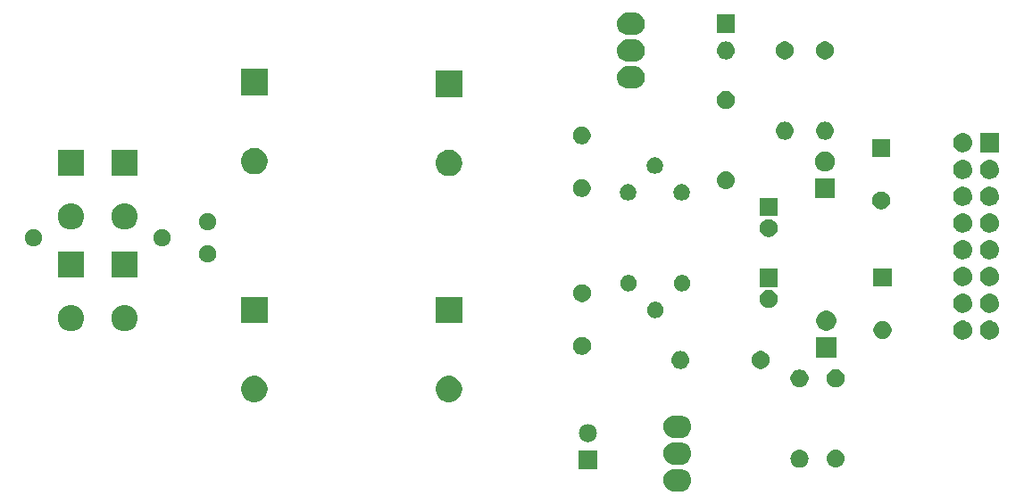
<source format=gbr>
G04 #@! TF.GenerationSoftware,KiCad,Pcbnew,(5.0.1-3-g963ef8bb5)*
G04 #@! TF.CreationDate,2018-11-14T22:17:04-08:00*
G04 #@! TF.ProjectId,eurorack-psu,6575726F7261636B2D7073752E6B6963,rev?*
G04 #@! TF.SameCoordinates,Original*
G04 #@! TF.FileFunction,Soldermask,Top*
G04 #@! TF.FilePolarity,Negative*
%FSLAX46Y46*%
G04 Gerber Fmt 4.6, Leading zero omitted, Abs format (unit mm)*
G04 Created by KiCad (PCBNEW (5.0.1-3-g963ef8bb5)) date Wednesday, November 14, 2018 at 10:17:04 PM*
%MOMM*%
%LPD*%
G01*
G04 APERTURE LIST*
%ADD10C,0.100000*%
G04 APERTURE END LIST*
D10*
G36*
X193516114Y-113651176D02*
X193610168Y-113660439D01*
X193811299Y-113721451D01*
X193843899Y-113738876D01*
X193996662Y-113820529D01*
X194159133Y-113953867D01*
X194292471Y-114116338D01*
X194374124Y-114269101D01*
X194391549Y-114301701D01*
X194452561Y-114502832D01*
X194473162Y-114712000D01*
X194452561Y-114921168D01*
X194391549Y-115122299D01*
X194391546Y-115122304D01*
X194292471Y-115307662D01*
X194159133Y-115470133D01*
X193996662Y-115603471D01*
X193843899Y-115685124D01*
X193811299Y-115702549D01*
X193610168Y-115763561D01*
X193516114Y-115772824D01*
X193453413Y-115779000D01*
X192840587Y-115779000D01*
X192777886Y-115772824D01*
X192683832Y-115763561D01*
X192482701Y-115702549D01*
X192450101Y-115685124D01*
X192297338Y-115603471D01*
X192134867Y-115470133D01*
X192001529Y-115307662D01*
X191902454Y-115122304D01*
X191902451Y-115122299D01*
X191841439Y-114921168D01*
X191820838Y-114712000D01*
X191841439Y-114502832D01*
X191902451Y-114301701D01*
X191919876Y-114269101D01*
X192001529Y-114116338D01*
X192134867Y-113953867D01*
X192297338Y-113820529D01*
X192450101Y-113738876D01*
X192482701Y-113721451D01*
X192683832Y-113660439D01*
X192777886Y-113651176D01*
X192840587Y-113645000D01*
X193453413Y-113645000D01*
X193516114Y-113651176D01*
X193516114Y-113651176D01*
G37*
G36*
X185509000Y-113627000D02*
X183807000Y-113627000D01*
X183807000Y-111925000D01*
X185509000Y-111925000D01*
X185509000Y-113627000D01*
X185509000Y-113627000D01*
G37*
G36*
X204890821Y-111831313D02*
X204890824Y-111831314D01*
X204890825Y-111831314D01*
X205051239Y-111879975D01*
X205051241Y-111879976D01*
X205051244Y-111879977D01*
X205199078Y-111958995D01*
X205328659Y-112065341D01*
X205435005Y-112194922D01*
X205514023Y-112342756D01*
X205514024Y-112342759D01*
X205514025Y-112342761D01*
X205556317Y-112482179D01*
X205562687Y-112503179D01*
X205579117Y-112670000D01*
X205562687Y-112836821D01*
X205562686Y-112836824D01*
X205562686Y-112836825D01*
X205520394Y-112976244D01*
X205514023Y-112997244D01*
X205435005Y-113145078D01*
X205328659Y-113274659D01*
X205199078Y-113381005D01*
X205051244Y-113460023D01*
X205051241Y-113460024D01*
X205051239Y-113460025D01*
X204890825Y-113508686D01*
X204890824Y-113508686D01*
X204890821Y-113508687D01*
X204765804Y-113521000D01*
X204682196Y-113521000D01*
X204557179Y-113508687D01*
X204557176Y-113508686D01*
X204557175Y-113508686D01*
X204396761Y-113460025D01*
X204396759Y-113460024D01*
X204396756Y-113460023D01*
X204248922Y-113381005D01*
X204119341Y-113274659D01*
X204012995Y-113145078D01*
X203933977Y-112997244D01*
X203927607Y-112976244D01*
X203885314Y-112836825D01*
X203885314Y-112836824D01*
X203885313Y-112836821D01*
X203868883Y-112670000D01*
X203885313Y-112503179D01*
X203891683Y-112482179D01*
X203933975Y-112342761D01*
X203933976Y-112342759D01*
X203933977Y-112342756D01*
X204012995Y-112194922D01*
X204119341Y-112065341D01*
X204248922Y-111958995D01*
X204396756Y-111879977D01*
X204396759Y-111879976D01*
X204396761Y-111879975D01*
X204557175Y-111831314D01*
X204557176Y-111831314D01*
X204557179Y-111831313D01*
X204682196Y-111819000D01*
X204765804Y-111819000D01*
X204890821Y-111831313D01*
X204890821Y-111831313D01*
G37*
G36*
X208319821Y-111810313D02*
X208319824Y-111810314D01*
X208319825Y-111810314D01*
X208480239Y-111858975D01*
X208480241Y-111858976D01*
X208480244Y-111858977D01*
X208628078Y-111937995D01*
X208757659Y-112044341D01*
X208864005Y-112173922D01*
X208943023Y-112321756D01*
X208943024Y-112321759D01*
X208943025Y-112321761D01*
X208949395Y-112342761D01*
X208991687Y-112482179D01*
X209008117Y-112649000D01*
X208991687Y-112815821D01*
X208991686Y-112815824D01*
X208991686Y-112815825D01*
X208985316Y-112836825D01*
X208943023Y-112976244D01*
X208864005Y-113124078D01*
X208757659Y-113253659D01*
X208628078Y-113360005D01*
X208480244Y-113439023D01*
X208480241Y-113439024D01*
X208480239Y-113439025D01*
X208319825Y-113487686D01*
X208319824Y-113487686D01*
X208319821Y-113487687D01*
X208194804Y-113500000D01*
X208111196Y-113500000D01*
X207986179Y-113487687D01*
X207986176Y-113487686D01*
X207986175Y-113487686D01*
X207825761Y-113439025D01*
X207825759Y-113439024D01*
X207825756Y-113439023D01*
X207677922Y-113360005D01*
X207548341Y-113253659D01*
X207441995Y-113124078D01*
X207362977Y-112976244D01*
X207320685Y-112836825D01*
X207314314Y-112815825D01*
X207314314Y-112815824D01*
X207314313Y-112815821D01*
X207297883Y-112649000D01*
X207314313Y-112482179D01*
X207356605Y-112342761D01*
X207362975Y-112321761D01*
X207362976Y-112321759D01*
X207362977Y-112321756D01*
X207441995Y-112173922D01*
X207548341Y-112044341D01*
X207677922Y-111937995D01*
X207825756Y-111858977D01*
X207825759Y-111858976D01*
X207825761Y-111858975D01*
X207986175Y-111810314D01*
X207986176Y-111810314D01*
X207986179Y-111810313D01*
X208111196Y-111798000D01*
X208194804Y-111798000D01*
X208319821Y-111810313D01*
X208319821Y-111810313D01*
G37*
G36*
X193516114Y-111111176D02*
X193610168Y-111120439D01*
X193811299Y-111181451D01*
X193843899Y-111198876D01*
X193996662Y-111280529D01*
X194159133Y-111413867D01*
X194292471Y-111576338D01*
X194374124Y-111729101D01*
X194391549Y-111761701D01*
X194452561Y-111962832D01*
X194473162Y-112172000D01*
X194452561Y-112381168D01*
X194391549Y-112582299D01*
X194391546Y-112582304D01*
X194292471Y-112767662D01*
X194159133Y-112930133D01*
X193996662Y-113063471D01*
X193843985Y-113145078D01*
X193811299Y-113162549D01*
X193610168Y-113223561D01*
X193516114Y-113232824D01*
X193453413Y-113239000D01*
X192840587Y-113239000D01*
X192777886Y-113232824D01*
X192683832Y-113223561D01*
X192482701Y-113162549D01*
X192450015Y-113145078D01*
X192297338Y-113063471D01*
X192134867Y-112930133D01*
X192001529Y-112767662D01*
X191902454Y-112582304D01*
X191902451Y-112582299D01*
X191841439Y-112381168D01*
X191820838Y-112172000D01*
X191841439Y-111962832D01*
X191902451Y-111761701D01*
X191919876Y-111729101D01*
X192001529Y-111576338D01*
X192134867Y-111413867D01*
X192297338Y-111280529D01*
X192450101Y-111198876D01*
X192482701Y-111181451D01*
X192683832Y-111120439D01*
X192777886Y-111111176D01*
X192840587Y-111105000D01*
X193453413Y-111105000D01*
X193516114Y-111111176D01*
X193516114Y-111111176D01*
G37*
G36*
X184824821Y-109397313D02*
X184824824Y-109397314D01*
X184824825Y-109397314D01*
X184985239Y-109445975D01*
X184985241Y-109445976D01*
X184985244Y-109445977D01*
X185133078Y-109524995D01*
X185262659Y-109631341D01*
X185369005Y-109760922D01*
X185448023Y-109908756D01*
X185496687Y-110069179D01*
X185513117Y-110236000D01*
X185496687Y-110402821D01*
X185496686Y-110402824D01*
X185496686Y-110402825D01*
X185460089Y-110523470D01*
X185448023Y-110563244D01*
X185369005Y-110711078D01*
X185262659Y-110840659D01*
X185133078Y-110947005D01*
X184985244Y-111026023D01*
X184985241Y-111026024D01*
X184985239Y-111026025D01*
X184824825Y-111074686D01*
X184824824Y-111074686D01*
X184824821Y-111074687D01*
X184699804Y-111087000D01*
X184616196Y-111087000D01*
X184491179Y-111074687D01*
X184491176Y-111074686D01*
X184491175Y-111074686D01*
X184330761Y-111026025D01*
X184330759Y-111026024D01*
X184330756Y-111026023D01*
X184182922Y-110947005D01*
X184053341Y-110840659D01*
X183946995Y-110711078D01*
X183867977Y-110563244D01*
X183855912Y-110523470D01*
X183819314Y-110402825D01*
X183819314Y-110402824D01*
X183819313Y-110402821D01*
X183802883Y-110236000D01*
X183819313Y-110069179D01*
X183867977Y-109908756D01*
X183946995Y-109760922D01*
X184053341Y-109631341D01*
X184182922Y-109524995D01*
X184330756Y-109445977D01*
X184330759Y-109445976D01*
X184330761Y-109445975D01*
X184491175Y-109397314D01*
X184491176Y-109397314D01*
X184491179Y-109397313D01*
X184616196Y-109385000D01*
X184699804Y-109385000D01*
X184824821Y-109397313D01*
X184824821Y-109397313D01*
G37*
G36*
X193516114Y-108571176D02*
X193610168Y-108580439D01*
X193811299Y-108641451D01*
X193843899Y-108658876D01*
X193996662Y-108740529D01*
X194159133Y-108873867D01*
X194292471Y-109036338D01*
X194374124Y-109189101D01*
X194391549Y-109221701D01*
X194452561Y-109422832D01*
X194473162Y-109632000D01*
X194452561Y-109841168D01*
X194391549Y-110042299D01*
X194391546Y-110042304D01*
X194292471Y-110227662D01*
X194159133Y-110390133D01*
X193996662Y-110523471D01*
X193843899Y-110605124D01*
X193811299Y-110622549D01*
X193610168Y-110683561D01*
X193516114Y-110692824D01*
X193453413Y-110699000D01*
X192840587Y-110699000D01*
X192777886Y-110692824D01*
X192683832Y-110683561D01*
X192482701Y-110622549D01*
X192450101Y-110605124D01*
X192297338Y-110523471D01*
X192134867Y-110390133D01*
X192001529Y-110227662D01*
X191902454Y-110042304D01*
X191902451Y-110042299D01*
X191841439Y-109841168D01*
X191820838Y-109632000D01*
X191841439Y-109422832D01*
X191902451Y-109221701D01*
X191919876Y-109189101D01*
X192001529Y-109036338D01*
X192134867Y-108873867D01*
X192297338Y-108740529D01*
X192450101Y-108658876D01*
X192482701Y-108641451D01*
X192683832Y-108580439D01*
X192777886Y-108571176D01*
X192840587Y-108565000D01*
X193453413Y-108565000D01*
X193516114Y-108571176D01*
X193516114Y-108571176D01*
G37*
G36*
X171658636Y-104811019D02*
X171839903Y-104847075D01*
X172067571Y-104941378D01*
X172271542Y-105077668D01*
X172272469Y-105078287D01*
X172446713Y-105252531D01*
X172446715Y-105252534D01*
X172583622Y-105457429D01*
X172677925Y-105685097D01*
X172726000Y-105926787D01*
X172726000Y-106173213D01*
X172677925Y-106414903D01*
X172583622Y-106642571D01*
X172447332Y-106846542D01*
X172446713Y-106847469D01*
X172272469Y-107021713D01*
X172272466Y-107021715D01*
X172067571Y-107158622D01*
X171839903Y-107252925D01*
X171658635Y-107288981D01*
X171598214Y-107301000D01*
X171351786Y-107301000D01*
X171291365Y-107288981D01*
X171110097Y-107252925D01*
X170882429Y-107158622D01*
X170677534Y-107021715D01*
X170677531Y-107021713D01*
X170503287Y-106847469D01*
X170502668Y-106846542D01*
X170366378Y-106642571D01*
X170272075Y-106414903D01*
X170224000Y-106173213D01*
X170224000Y-105926787D01*
X170272075Y-105685097D01*
X170366378Y-105457429D01*
X170503285Y-105252534D01*
X170503287Y-105252531D01*
X170677531Y-105078287D01*
X170678458Y-105077668D01*
X170882429Y-104941378D01*
X171110097Y-104847075D01*
X171291365Y-104811019D01*
X171351786Y-104799000D01*
X171598214Y-104799000D01*
X171658636Y-104811019D01*
X171658636Y-104811019D01*
G37*
G36*
X153199636Y-104811019D02*
X153380903Y-104847075D01*
X153608571Y-104941378D01*
X153812542Y-105077668D01*
X153813469Y-105078287D01*
X153987713Y-105252531D01*
X153987715Y-105252534D01*
X154124622Y-105457429D01*
X154218925Y-105685097D01*
X154267000Y-105926787D01*
X154267000Y-106173213D01*
X154218925Y-106414903D01*
X154124622Y-106642571D01*
X153988332Y-106846542D01*
X153987713Y-106847469D01*
X153813469Y-107021713D01*
X153813466Y-107021715D01*
X153608571Y-107158622D01*
X153380903Y-107252925D01*
X153199635Y-107288981D01*
X153139214Y-107301000D01*
X152892786Y-107301000D01*
X152832365Y-107288981D01*
X152651097Y-107252925D01*
X152423429Y-107158622D01*
X152218534Y-107021715D01*
X152218531Y-107021713D01*
X152044287Y-106847469D01*
X152043668Y-106846542D01*
X151907378Y-106642571D01*
X151813075Y-106414903D01*
X151765000Y-106173213D01*
X151765000Y-105926787D01*
X151813075Y-105685097D01*
X151907378Y-105457429D01*
X152044285Y-105252534D01*
X152044287Y-105252531D01*
X152218531Y-105078287D01*
X152219458Y-105077668D01*
X152423429Y-104941378D01*
X152651097Y-104847075D01*
X152832365Y-104811019D01*
X152892786Y-104799000D01*
X153139214Y-104799000D01*
X153199636Y-104811019D01*
X153199636Y-104811019D01*
G37*
G36*
X204972228Y-104231703D02*
X205127100Y-104295853D01*
X205266481Y-104388985D01*
X205385015Y-104507519D01*
X205478147Y-104646900D01*
X205542297Y-104801772D01*
X205575000Y-104966184D01*
X205575000Y-105133816D01*
X205542297Y-105298228D01*
X205478147Y-105453100D01*
X205385015Y-105592481D01*
X205266481Y-105711015D01*
X205127100Y-105804147D01*
X204972228Y-105868297D01*
X204807816Y-105901000D01*
X204640184Y-105901000D01*
X204475772Y-105868297D01*
X204320900Y-105804147D01*
X204181519Y-105711015D01*
X204062985Y-105592481D01*
X203969853Y-105453100D01*
X203905703Y-105298228D01*
X203873000Y-105133816D01*
X203873000Y-104966184D01*
X203905703Y-104801772D01*
X203969853Y-104646900D01*
X204062985Y-104507519D01*
X204181519Y-104388985D01*
X204320900Y-104295853D01*
X204475772Y-104231703D01*
X204640184Y-104199000D01*
X204807816Y-104199000D01*
X204972228Y-104231703D01*
X204972228Y-104231703D01*
G37*
G36*
X208401228Y-104210703D02*
X208556100Y-104274853D01*
X208695481Y-104367985D01*
X208814015Y-104486519D01*
X208907147Y-104625900D01*
X208971297Y-104780772D01*
X209004000Y-104945184D01*
X209004000Y-105112816D01*
X208971297Y-105277228D01*
X208907147Y-105432100D01*
X208814015Y-105571481D01*
X208695481Y-105690015D01*
X208556100Y-105783147D01*
X208401228Y-105847297D01*
X208236816Y-105880000D01*
X208069184Y-105880000D01*
X207904772Y-105847297D01*
X207749900Y-105783147D01*
X207610519Y-105690015D01*
X207491985Y-105571481D01*
X207398853Y-105432100D01*
X207334703Y-105277228D01*
X207302000Y-105112816D01*
X207302000Y-104945184D01*
X207334703Y-104780772D01*
X207398853Y-104625900D01*
X207491985Y-104486519D01*
X207610519Y-104367985D01*
X207749900Y-104274853D01*
X207904772Y-104210703D01*
X208069184Y-104178000D01*
X208236816Y-104178000D01*
X208401228Y-104210703D01*
X208401228Y-104210703D01*
G37*
G36*
X201295228Y-102478703D02*
X201450100Y-102542853D01*
X201589481Y-102635985D01*
X201708015Y-102754519D01*
X201801147Y-102893900D01*
X201865297Y-103048772D01*
X201898000Y-103213184D01*
X201898000Y-103380816D01*
X201865297Y-103545228D01*
X201801147Y-103700100D01*
X201708015Y-103839481D01*
X201589481Y-103958015D01*
X201450100Y-104051147D01*
X201295228Y-104115297D01*
X201130816Y-104148000D01*
X200963184Y-104148000D01*
X200798772Y-104115297D01*
X200643900Y-104051147D01*
X200504519Y-103958015D01*
X200385985Y-103839481D01*
X200292853Y-103700100D01*
X200228703Y-103545228D01*
X200196000Y-103380816D01*
X200196000Y-103213184D01*
X200228703Y-103048772D01*
X200292853Y-102893900D01*
X200385985Y-102754519D01*
X200504519Y-102635985D01*
X200643900Y-102542853D01*
X200798772Y-102478703D01*
X200963184Y-102446000D01*
X201130816Y-102446000D01*
X201295228Y-102478703D01*
X201295228Y-102478703D01*
G37*
G36*
X193593821Y-102458313D02*
X193593824Y-102458314D01*
X193593825Y-102458314D01*
X193754239Y-102506975D01*
X193754241Y-102506976D01*
X193754244Y-102506977D01*
X193902078Y-102585995D01*
X194031659Y-102692341D01*
X194138005Y-102821922D01*
X194217023Y-102969756D01*
X194217024Y-102969759D01*
X194217025Y-102969761D01*
X194244095Y-103059000D01*
X194265687Y-103130179D01*
X194282117Y-103297000D01*
X194265687Y-103463821D01*
X194265686Y-103463824D01*
X194265686Y-103463825D01*
X194240993Y-103545228D01*
X194217023Y-103624244D01*
X194138005Y-103772078D01*
X194031659Y-103901659D01*
X193902078Y-104008005D01*
X193754244Y-104087023D01*
X193754241Y-104087024D01*
X193754239Y-104087025D01*
X193593825Y-104135686D01*
X193593824Y-104135686D01*
X193593821Y-104135687D01*
X193468804Y-104148000D01*
X193385196Y-104148000D01*
X193260179Y-104135687D01*
X193260176Y-104135686D01*
X193260175Y-104135686D01*
X193099761Y-104087025D01*
X193099759Y-104087024D01*
X193099756Y-104087023D01*
X192951922Y-104008005D01*
X192822341Y-103901659D01*
X192715995Y-103772078D01*
X192636977Y-103624244D01*
X192613008Y-103545228D01*
X192588314Y-103463825D01*
X192588314Y-103463824D01*
X192588313Y-103463821D01*
X192571883Y-103297000D01*
X192588313Y-103130179D01*
X192609905Y-103059000D01*
X192636975Y-102969761D01*
X192636976Y-102969759D01*
X192636977Y-102969756D01*
X192715995Y-102821922D01*
X192822341Y-102692341D01*
X192951922Y-102585995D01*
X193099756Y-102506977D01*
X193099759Y-102506976D01*
X193099761Y-102506975D01*
X193260175Y-102458314D01*
X193260176Y-102458314D01*
X193260179Y-102458313D01*
X193385196Y-102446000D01*
X193468804Y-102446000D01*
X193593821Y-102458313D01*
X193593821Y-102458313D01*
G37*
G36*
X208215000Y-103059000D02*
X206313000Y-103059000D01*
X206313000Y-101157000D01*
X208215000Y-101157000D01*
X208215000Y-103059000D01*
X208215000Y-103059000D01*
G37*
G36*
X184345228Y-101131703D02*
X184500100Y-101195853D01*
X184639481Y-101288985D01*
X184758015Y-101407519D01*
X184851147Y-101546900D01*
X184915297Y-101701772D01*
X184948000Y-101866184D01*
X184948000Y-102033816D01*
X184915297Y-102198228D01*
X184851147Y-102353100D01*
X184758015Y-102492481D01*
X184639481Y-102611015D01*
X184500100Y-102704147D01*
X184345228Y-102768297D01*
X184180816Y-102801000D01*
X184013184Y-102801000D01*
X183848772Y-102768297D01*
X183693900Y-102704147D01*
X183554519Y-102611015D01*
X183435985Y-102492481D01*
X183342853Y-102353100D01*
X183278703Y-102198228D01*
X183246000Y-102033816D01*
X183246000Y-101866184D01*
X183278703Y-101701772D01*
X183342853Y-101546900D01*
X183435985Y-101407519D01*
X183554519Y-101288985D01*
X183693900Y-101195853D01*
X183848772Y-101131703D01*
X184013184Y-101099000D01*
X184180816Y-101099000D01*
X184345228Y-101131703D01*
X184345228Y-101131703D01*
G37*
G36*
X222857442Y-99560518D02*
X222923627Y-99567037D01*
X223028995Y-99599000D01*
X223093467Y-99618557D01*
X223174115Y-99661665D01*
X223249991Y-99702222D01*
X223285729Y-99731552D01*
X223387186Y-99814814D01*
X223463266Y-99907519D01*
X223499778Y-99952009D01*
X223499779Y-99952011D01*
X223583443Y-100108533D01*
X223583443Y-100108534D01*
X223634963Y-100278373D01*
X223652359Y-100455000D01*
X223634963Y-100631627D01*
X223614760Y-100698228D01*
X223583443Y-100801467D01*
X223555844Y-100853100D01*
X223499778Y-100957991D01*
X223471473Y-100992481D01*
X223387186Y-101095186D01*
X223311864Y-101157000D01*
X223249991Y-101207778D01*
X223249989Y-101207779D01*
X223093467Y-101291443D01*
X223061961Y-101301000D01*
X222923627Y-101342963D01*
X222857443Y-101349481D01*
X222791260Y-101356000D01*
X222702740Y-101356000D01*
X222636558Y-101349482D01*
X222570373Y-101342963D01*
X222432039Y-101301000D01*
X222400533Y-101291443D01*
X222244011Y-101207779D01*
X222244009Y-101207778D01*
X222182136Y-101157000D01*
X222106814Y-101095186D01*
X222022527Y-100992481D01*
X221994222Y-100957991D01*
X221938156Y-100853100D01*
X221910557Y-100801467D01*
X221879240Y-100698228D01*
X221859037Y-100631627D01*
X221841641Y-100455000D01*
X221859037Y-100278373D01*
X221910557Y-100108534D01*
X221910557Y-100108533D01*
X221994221Y-99952011D01*
X221994222Y-99952009D01*
X222030734Y-99907519D01*
X222106814Y-99814814D01*
X222208271Y-99731552D01*
X222244009Y-99702222D01*
X222319885Y-99661665D01*
X222400533Y-99618557D01*
X222465005Y-99599000D01*
X222570373Y-99567037D01*
X222636558Y-99560518D01*
X222702740Y-99554000D01*
X222791260Y-99554000D01*
X222857442Y-99560518D01*
X222857442Y-99560518D01*
G37*
G36*
X220317442Y-99560518D02*
X220383627Y-99567037D01*
X220488995Y-99599000D01*
X220553467Y-99618557D01*
X220634115Y-99661665D01*
X220709991Y-99702222D01*
X220745729Y-99731552D01*
X220847186Y-99814814D01*
X220923266Y-99907519D01*
X220959778Y-99952009D01*
X220959779Y-99952011D01*
X221043443Y-100108533D01*
X221043443Y-100108534D01*
X221094963Y-100278373D01*
X221112359Y-100455000D01*
X221094963Y-100631627D01*
X221074760Y-100698228D01*
X221043443Y-100801467D01*
X221015844Y-100853100D01*
X220959778Y-100957991D01*
X220931473Y-100992481D01*
X220847186Y-101095186D01*
X220771864Y-101157000D01*
X220709991Y-101207778D01*
X220709989Y-101207779D01*
X220553467Y-101291443D01*
X220521961Y-101301000D01*
X220383627Y-101342963D01*
X220317443Y-101349481D01*
X220251260Y-101356000D01*
X220162740Y-101356000D01*
X220096558Y-101349482D01*
X220030373Y-101342963D01*
X219892039Y-101301000D01*
X219860533Y-101291443D01*
X219704011Y-101207779D01*
X219704009Y-101207778D01*
X219642136Y-101157000D01*
X219566814Y-101095186D01*
X219482527Y-100992481D01*
X219454222Y-100957991D01*
X219398156Y-100853100D01*
X219370557Y-100801467D01*
X219339240Y-100698228D01*
X219319037Y-100631627D01*
X219301641Y-100455000D01*
X219319037Y-100278373D01*
X219370557Y-100108534D01*
X219370557Y-100108533D01*
X219454221Y-99952011D01*
X219454222Y-99952009D01*
X219490734Y-99907519D01*
X219566814Y-99814814D01*
X219668271Y-99731552D01*
X219704009Y-99702222D01*
X219779885Y-99661665D01*
X219860533Y-99618557D01*
X219925005Y-99599000D01*
X220030373Y-99567037D01*
X220096558Y-99560518D01*
X220162740Y-99554000D01*
X220251260Y-99554000D01*
X220317442Y-99560518D01*
X220317442Y-99560518D01*
G37*
G36*
X212848228Y-99631703D02*
X213003100Y-99695853D01*
X213142481Y-99788985D01*
X213261015Y-99907519D01*
X213354147Y-100046900D01*
X213418297Y-100201772D01*
X213451000Y-100366184D01*
X213451000Y-100533816D01*
X213418297Y-100698228D01*
X213354147Y-100853100D01*
X213261015Y-100992481D01*
X213142481Y-101111015D01*
X213003100Y-101204147D01*
X212848228Y-101268297D01*
X212683816Y-101301000D01*
X212516184Y-101301000D01*
X212351772Y-101268297D01*
X212196900Y-101204147D01*
X212057519Y-101111015D01*
X211938985Y-100992481D01*
X211845853Y-100853100D01*
X211781703Y-100698228D01*
X211749000Y-100533816D01*
X211749000Y-100366184D01*
X211781703Y-100201772D01*
X211845853Y-100046900D01*
X211938985Y-99907519D01*
X212057519Y-99788985D01*
X212196900Y-99695853D01*
X212351772Y-99631703D01*
X212516184Y-99599000D01*
X212683816Y-99599000D01*
X212848228Y-99631703D01*
X212848228Y-99631703D01*
G37*
G36*
X135881239Y-98081101D02*
X136117053Y-98152634D01*
X136334381Y-98268799D01*
X136524871Y-98425129D01*
X136681201Y-98615619D01*
X136797366Y-98832947D01*
X136868899Y-99068761D01*
X136893053Y-99314000D01*
X136868899Y-99559239D01*
X136797366Y-99795053D01*
X136681201Y-100012381D01*
X136524871Y-100202871D01*
X136334381Y-100359201D01*
X136117053Y-100475366D01*
X135881239Y-100546899D01*
X135697457Y-100565000D01*
X135574543Y-100565000D01*
X135390761Y-100546899D01*
X135154947Y-100475366D01*
X134937619Y-100359201D01*
X134747129Y-100202871D01*
X134590799Y-100012381D01*
X134474634Y-99795053D01*
X134403101Y-99559239D01*
X134378947Y-99314000D01*
X134403101Y-99068761D01*
X134474634Y-98832947D01*
X134590799Y-98615619D01*
X134747129Y-98425129D01*
X134937619Y-98268799D01*
X135154947Y-98152634D01*
X135390761Y-98081101D01*
X135574543Y-98063000D01*
X135697457Y-98063000D01*
X135881239Y-98081101D01*
X135881239Y-98081101D01*
G37*
G36*
X140961239Y-98081101D02*
X141197053Y-98152634D01*
X141414381Y-98268799D01*
X141604871Y-98425129D01*
X141761201Y-98615619D01*
X141877366Y-98832947D01*
X141948899Y-99068761D01*
X141973053Y-99314000D01*
X141948899Y-99559239D01*
X141877366Y-99795053D01*
X141761201Y-100012381D01*
X141604871Y-100202871D01*
X141414381Y-100359201D01*
X141197053Y-100475366D01*
X140961239Y-100546899D01*
X140777457Y-100565000D01*
X140654543Y-100565000D01*
X140470761Y-100546899D01*
X140234947Y-100475366D01*
X140017619Y-100359201D01*
X139827129Y-100202871D01*
X139670799Y-100012381D01*
X139554634Y-99795053D01*
X139483101Y-99559239D01*
X139458947Y-99314000D01*
X139483101Y-99068761D01*
X139554634Y-98832947D01*
X139670799Y-98615619D01*
X139827129Y-98425129D01*
X140017619Y-98268799D01*
X140234947Y-98152634D01*
X140470761Y-98081101D01*
X140654543Y-98063000D01*
X140777457Y-98063000D01*
X140961239Y-98081101D01*
X140961239Y-98081101D01*
G37*
G36*
X207541396Y-98653546D02*
X207714466Y-98725234D01*
X207870230Y-98829312D01*
X208002688Y-98961770D01*
X208106766Y-99117534D01*
X208178454Y-99290604D01*
X208215000Y-99474333D01*
X208215000Y-99661667D01*
X208178454Y-99845396D01*
X208106766Y-100018466D01*
X208002688Y-100174230D01*
X207870230Y-100306688D01*
X207714466Y-100410766D01*
X207541396Y-100482454D01*
X207357667Y-100519000D01*
X207170333Y-100519000D01*
X206986604Y-100482454D01*
X206813534Y-100410766D01*
X206657770Y-100306688D01*
X206525312Y-100174230D01*
X206421234Y-100018466D01*
X206349546Y-99845396D01*
X206313000Y-99661667D01*
X206313000Y-99474333D01*
X206349546Y-99290604D01*
X206421234Y-99117534D01*
X206525312Y-98961770D01*
X206657770Y-98829312D01*
X206813534Y-98725234D01*
X206986604Y-98653546D01*
X207170333Y-98617000D01*
X207357667Y-98617000D01*
X207541396Y-98653546D01*
X207541396Y-98653546D01*
G37*
G36*
X154267000Y-99801000D02*
X151765000Y-99801000D01*
X151765000Y-97299000D01*
X154267000Y-97299000D01*
X154267000Y-99801000D01*
X154267000Y-99801000D01*
G37*
G36*
X172726000Y-99801000D02*
X170224000Y-99801000D01*
X170224000Y-97299000D01*
X172726000Y-97299000D01*
X172726000Y-99801000D01*
X172726000Y-99801000D01*
G37*
G36*
X191162589Y-97790876D02*
X191261893Y-97810629D01*
X191402206Y-97868748D01*
X191528484Y-97953125D01*
X191635875Y-98060516D01*
X191720252Y-98186794D01*
X191778371Y-98327107D01*
X191808000Y-98476063D01*
X191808000Y-98627937D01*
X191778371Y-98776893D01*
X191720252Y-98917206D01*
X191635875Y-99043484D01*
X191528484Y-99150875D01*
X191402206Y-99235252D01*
X191261893Y-99293371D01*
X191162589Y-99313124D01*
X191112938Y-99323000D01*
X190961062Y-99323000D01*
X190911411Y-99313124D01*
X190812107Y-99293371D01*
X190671794Y-99235252D01*
X190545516Y-99150875D01*
X190438125Y-99043484D01*
X190353748Y-98917206D01*
X190295629Y-98776893D01*
X190266000Y-98627937D01*
X190266000Y-98476063D01*
X190295629Y-98327107D01*
X190353748Y-98186794D01*
X190438125Y-98060516D01*
X190545516Y-97953125D01*
X190671794Y-97868748D01*
X190812107Y-97810629D01*
X190911411Y-97790876D01*
X190961062Y-97781000D01*
X191112938Y-97781000D01*
X191162589Y-97790876D01*
X191162589Y-97790876D01*
G37*
G36*
X220317443Y-97020519D02*
X220383627Y-97027037D01*
X220496853Y-97061384D01*
X220553467Y-97078557D01*
X220692087Y-97152652D01*
X220709991Y-97162222D01*
X220745729Y-97191552D01*
X220847186Y-97274814D01*
X220930448Y-97376271D01*
X220959778Y-97412009D01*
X220959779Y-97412011D01*
X221043443Y-97568533D01*
X221060616Y-97625147D01*
X221094963Y-97738373D01*
X221112359Y-97915000D01*
X221094963Y-98091627D01*
X221076456Y-98152636D01*
X221043443Y-98261467D01*
X221010928Y-98322297D01*
X220959778Y-98417991D01*
X220953919Y-98425130D01*
X220847186Y-98555186D01*
X220771864Y-98617000D01*
X220709991Y-98667778D01*
X220709989Y-98667779D01*
X220553467Y-98751443D01*
X220496853Y-98768616D01*
X220383627Y-98802963D01*
X220317443Y-98809481D01*
X220251260Y-98816000D01*
X220162740Y-98816000D01*
X220096557Y-98809481D01*
X220030373Y-98802963D01*
X219917147Y-98768616D01*
X219860533Y-98751443D01*
X219704011Y-98667779D01*
X219704009Y-98667778D01*
X219642136Y-98617000D01*
X219566814Y-98555186D01*
X219460081Y-98425130D01*
X219454222Y-98417991D01*
X219403072Y-98322297D01*
X219370557Y-98261467D01*
X219337544Y-98152636D01*
X219319037Y-98091627D01*
X219301641Y-97915000D01*
X219319037Y-97738373D01*
X219353384Y-97625147D01*
X219370557Y-97568533D01*
X219454221Y-97412011D01*
X219454222Y-97412009D01*
X219483552Y-97376271D01*
X219566814Y-97274814D01*
X219668271Y-97191552D01*
X219704009Y-97162222D01*
X219721913Y-97152652D01*
X219860533Y-97078557D01*
X219917147Y-97061384D01*
X220030373Y-97027037D01*
X220096558Y-97020518D01*
X220162740Y-97014000D01*
X220251260Y-97014000D01*
X220317443Y-97020519D01*
X220317443Y-97020519D01*
G37*
G36*
X222857443Y-97020519D02*
X222923627Y-97027037D01*
X223036853Y-97061384D01*
X223093467Y-97078557D01*
X223232087Y-97152652D01*
X223249991Y-97162222D01*
X223285729Y-97191552D01*
X223387186Y-97274814D01*
X223470448Y-97376271D01*
X223499778Y-97412009D01*
X223499779Y-97412011D01*
X223583443Y-97568533D01*
X223600616Y-97625147D01*
X223634963Y-97738373D01*
X223652359Y-97915000D01*
X223634963Y-98091627D01*
X223616456Y-98152636D01*
X223583443Y-98261467D01*
X223550928Y-98322297D01*
X223499778Y-98417991D01*
X223493919Y-98425130D01*
X223387186Y-98555186D01*
X223311864Y-98617000D01*
X223249991Y-98667778D01*
X223249989Y-98667779D01*
X223093467Y-98751443D01*
X223036853Y-98768616D01*
X222923627Y-98802963D01*
X222857443Y-98809481D01*
X222791260Y-98816000D01*
X222702740Y-98816000D01*
X222636557Y-98809481D01*
X222570373Y-98802963D01*
X222457147Y-98768616D01*
X222400533Y-98751443D01*
X222244011Y-98667779D01*
X222244009Y-98667778D01*
X222182136Y-98617000D01*
X222106814Y-98555186D01*
X222000081Y-98425130D01*
X221994222Y-98417991D01*
X221943072Y-98322297D01*
X221910557Y-98261467D01*
X221877544Y-98152636D01*
X221859037Y-98091627D01*
X221841641Y-97915000D01*
X221859037Y-97738373D01*
X221893384Y-97625147D01*
X221910557Y-97568533D01*
X221994221Y-97412011D01*
X221994222Y-97412009D01*
X222023552Y-97376271D01*
X222106814Y-97274814D01*
X222208271Y-97191552D01*
X222244009Y-97162222D01*
X222261913Y-97152652D01*
X222400533Y-97078557D01*
X222457147Y-97061384D01*
X222570373Y-97027037D01*
X222636558Y-97020518D01*
X222702740Y-97014000D01*
X222791260Y-97014000D01*
X222857443Y-97020519D01*
X222857443Y-97020519D01*
G37*
G36*
X202051228Y-96685703D02*
X202206100Y-96749853D01*
X202345481Y-96842985D01*
X202464015Y-96961519D01*
X202557147Y-97100900D01*
X202621297Y-97255772D01*
X202654000Y-97420184D01*
X202654000Y-97587816D01*
X202621297Y-97752228D01*
X202557147Y-97907100D01*
X202464015Y-98046481D01*
X202345481Y-98165015D01*
X202206100Y-98258147D01*
X202051228Y-98322297D01*
X201886816Y-98355000D01*
X201719184Y-98355000D01*
X201554772Y-98322297D01*
X201399900Y-98258147D01*
X201260519Y-98165015D01*
X201141985Y-98046481D01*
X201048853Y-97907100D01*
X200984703Y-97752228D01*
X200952000Y-97587816D01*
X200952000Y-97420184D01*
X200984703Y-97255772D01*
X201048853Y-97100900D01*
X201141985Y-96961519D01*
X201260519Y-96842985D01*
X201399900Y-96749853D01*
X201554772Y-96685703D01*
X201719184Y-96653000D01*
X201886816Y-96653000D01*
X202051228Y-96685703D01*
X202051228Y-96685703D01*
G37*
G36*
X184345228Y-96131703D02*
X184500100Y-96195853D01*
X184639481Y-96288985D01*
X184758015Y-96407519D01*
X184851147Y-96546900D01*
X184915297Y-96701772D01*
X184948000Y-96866184D01*
X184948000Y-97033816D01*
X184915297Y-97198228D01*
X184851147Y-97353100D01*
X184758015Y-97492481D01*
X184639481Y-97611015D01*
X184500100Y-97704147D01*
X184345228Y-97768297D01*
X184180816Y-97801000D01*
X184013184Y-97801000D01*
X183848772Y-97768297D01*
X183693900Y-97704147D01*
X183554519Y-97611015D01*
X183435985Y-97492481D01*
X183342853Y-97353100D01*
X183278703Y-97198228D01*
X183246000Y-97033816D01*
X183246000Y-96866184D01*
X183278703Y-96701772D01*
X183342853Y-96546900D01*
X183435985Y-96407519D01*
X183554519Y-96288985D01*
X183693900Y-96195853D01*
X183848772Y-96131703D01*
X184013184Y-96099000D01*
X184180816Y-96099000D01*
X184345228Y-96131703D01*
X184345228Y-96131703D01*
G37*
G36*
X193702589Y-95250876D02*
X193801893Y-95270629D01*
X193942206Y-95328748D01*
X194068484Y-95413125D01*
X194175875Y-95520516D01*
X194260252Y-95646794D01*
X194318371Y-95787107D01*
X194318371Y-95787109D01*
X194348000Y-95936062D01*
X194348000Y-96087938D01*
X194340075Y-96127778D01*
X194318371Y-96236893D01*
X194260252Y-96377206D01*
X194175875Y-96503484D01*
X194068484Y-96610875D01*
X193942206Y-96695252D01*
X193801893Y-96753371D01*
X193702589Y-96773124D01*
X193652938Y-96783000D01*
X193501062Y-96783000D01*
X193451411Y-96773124D01*
X193352107Y-96753371D01*
X193211794Y-96695252D01*
X193085516Y-96610875D01*
X192978125Y-96503484D01*
X192893748Y-96377206D01*
X192835629Y-96236893D01*
X192813925Y-96127778D01*
X192806000Y-96087938D01*
X192806000Y-95936062D01*
X192835629Y-95787109D01*
X192835629Y-95787107D01*
X192893748Y-95646794D01*
X192978125Y-95520516D01*
X193085516Y-95413125D01*
X193211794Y-95328748D01*
X193352107Y-95270629D01*
X193451411Y-95250876D01*
X193501062Y-95241000D01*
X193652938Y-95241000D01*
X193702589Y-95250876D01*
X193702589Y-95250876D01*
G37*
G36*
X188622589Y-95250876D02*
X188721893Y-95270629D01*
X188862206Y-95328748D01*
X188988484Y-95413125D01*
X189095875Y-95520516D01*
X189180252Y-95646794D01*
X189238371Y-95787107D01*
X189238371Y-95787109D01*
X189268000Y-95936062D01*
X189268000Y-96087938D01*
X189260075Y-96127778D01*
X189238371Y-96236893D01*
X189180252Y-96377206D01*
X189095875Y-96503484D01*
X188988484Y-96610875D01*
X188862206Y-96695252D01*
X188721893Y-96753371D01*
X188622589Y-96773124D01*
X188572938Y-96783000D01*
X188421062Y-96783000D01*
X188371411Y-96773124D01*
X188272107Y-96753371D01*
X188131794Y-96695252D01*
X188005516Y-96610875D01*
X187898125Y-96503484D01*
X187813748Y-96377206D01*
X187755629Y-96236893D01*
X187733925Y-96127778D01*
X187726000Y-96087938D01*
X187726000Y-95936062D01*
X187755629Y-95787109D01*
X187755629Y-95787107D01*
X187813748Y-95646794D01*
X187898125Y-95520516D01*
X188005516Y-95413125D01*
X188131794Y-95328748D01*
X188272107Y-95270629D01*
X188371411Y-95250876D01*
X188421062Y-95241000D01*
X188572938Y-95241000D01*
X188622589Y-95250876D01*
X188622589Y-95250876D01*
G37*
G36*
X202654000Y-96355000D02*
X200952000Y-96355000D01*
X200952000Y-94653000D01*
X202654000Y-94653000D01*
X202654000Y-96355000D01*
X202654000Y-96355000D01*
G37*
G36*
X213451000Y-96301000D02*
X211749000Y-96301000D01*
X211749000Y-94599000D01*
X213451000Y-94599000D01*
X213451000Y-96301000D01*
X213451000Y-96301000D01*
G37*
G36*
X220317443Y-94480519D02*
X220383627Y-94487037D01*
X220496853Y-94521384D01*
X220553467Y-94538557D01*
X220666546Y-94599000D01*
X220709991Y-94622222D01*
X220745729Y-94651552D01*
X220847186Y-94734814D01*
X220930448Y-94836271D01*
X220959778Y-94872009D01*
X220959779Y-94872011D01*
X221043443Y-95028533D01*
X221043443Y-95028534D01*
X221094963Y-95198373D01*
X221112359Y-95375000D01*
X221094963Y-95551627D01*
X221066094Y-95646794D01*
X221043443Y-95721467D01*
X221008357Y-95787107D01*
X220959778Y-95877991D01*
X220930448Y-95913729D01*
X220847186Y-96015186D01*
X220758537Y-96087937D01*
X220709991Y-96127778D01*
X220709989Y-96127779D01*
X220553467Y-96211443D01*
X220496853Y-96228616D01*
X220383627Y-96262963D01*
X220317442Y-96269482D01*
X220251260Y-96276000D01*
X220162740Y-96276000D01*
X220096558Y-96269482D01*
X220030373Y-96262963D01*
X219917147Y-96228616D01*
X219860533Y-96211443D01*
X219704011Y-96127779D01*
X219704009Y-96127778D01*
X219655463Y-96087937D01*
X219566814Y-96015186D01*
X219483552Y-95913729D01*
X219454222Y-95877991D01*
X219405643Y-95787107D01*
X219370557Y-95721467D01*
X219347906Y-95646794D01*
X219319037Y-95551627D01*
X219301641Y-95375000D01*
X219319037Y-95198373D01*
X219370557Y-95028534D01*
X219370557Y-95028533D01*
X219454221Y-94872011D01*
X219454222Y-94872009D01*
X219483552Y-94836271D01*
X219566814Y-94734814D01*
X219668271Y-94651552D01*
X219704009Y-94622222D01*
X219747454Y-94599000D01*
X219860533Y-94538557D01*
X219917147Y-94521384D01*
X220030373Y-94487037D01*
X220096557Y-94480519D01*
X220162740Y-94474000D01*
X220251260Y-94474000D01*
X220317443Y-94480519D01*
X220317443Y-94480519D01*
G37*
G36*
X222857443Y-94480519D02*
X222923627Y-94487037D01*
X223036853Y-94521384D01*
X223093467Y-94538557D01*
X223206546Y-94599000D01*
X223249991Y-94622222D01*
X223285729Y-94651552D01*
X223387186Y-94734814D01*
X223470448Y-94836271D01*
X223499778Y-94872009D01*
X223499779Y-94872011D01*
X223583443Y-95028533D01*
X223583443Y-95028534D01*
X223634963Y-95198373D01*
X223652359Y-95375000D01*
X223634963Y-95551627D01*
X223606094Y-95646794D01*
X223583443Y-95721467D01*
X223548357Y-95787107D01*
X223499778Y-95877991D01*
X223470448Y-95913729D01*
X223387186Y-96015186D01*
X223298537Y-96087937D01*
X223249991Y-96127778D01*
X223249989Y-96127779D01*
X223093467Y-96211443D01*
X223036853Y-96228616D01*
X222923627Y-96262963D01*
X222857442Y-96269482D01*
X222791260Y-96276000D01*
X222702740Y-96276000D01*
X222636558Y-96269482D01*
X222570373Y-96262963D01*
X222457147Y-96228616D01*
X222400533Y-96211443D01*
X222244011Y-96127779D01*
X222244009Y-96127778D01*
X222195463Y-96087937D01*
X222106814Y-96015186D01*
X222023552Y-95913729D01*
X221994222Y-95877991D01*
X221945643Y-95787107D01*
X221910557Y-95721467D01*
X221887906Y-95646794D01*
X221859037Y-95551627D01*
X221841641Y-95375000D01*
X221859037Y-95198373D01*
X221910557Y-95028534D01*
X221910557Y-95028533D01*
X221994221Y-94872011D01*
X221994222Y-94872009D01*
X222023552Y-94836271D01*
X222106814Y-94734814D01*
X222208271Y-94651552D01*
X222244009Y-94622222D01*
X222287454Y-94599000D01*
X222400533Y-94538557D01*
X222457147Y-94521384D01*
X222570373Y-94487037D01*
X222636557Y-94480519D01*
X222702740Y-94474000D01*
X222791260Y-94474000D01*
X222857443Y-94480519D01*
X222857443Y-94480519D01*
G37*
G36*
X136887000Y-95485000D02*
X134385000Y-95485000D01*
X134385000Y-92983000D01*
X136887000Y-92983000D01*
X136887000Y-95485000D01*
X136887000Y-95485000D01*
G37*
G36*
X141967000Y-95485000D02*
X139465000Y-95485000D01*
X139465000Y-92983000D01*
X141967000Y-92983000D01*
X141967000Y-95485000D01*
X141967000Y-95485000D01*
G37*
G36*
X148827142Y-92436242D02*
X148975102Y-92497530D01*
X149108258Y-92586502D01*
X149221498Y-92699742D01*
X149310470Y-92832898D01*
X149371758Y-92980858D01*
X149403000Y-93137925D01*
X149403000Y-93298075D01*
X149371758Y-93455142D01*
X149363455Y-93475186D01*
X149310471Y-93603100D01*
X149221671Y-93736000D01*
X149221498Y-93736258D01*
X149108258Y-93849498D01*
X148975102Y-93938470D01*
X148827142Y-93999758D01*
X148670075Y-94031000D01*
X148509925Y-94031000D01*
X148352858Y-93999758D01*
X148204898Y-93938470D01*
X148071742Y-93849498D01*
X147958502Y-93736258D01*
X147958330Y-93736000D01*
X147869529Y-93603100D01*
X147816545Y-93475186D01*
X147808242Y-93455142D01*
X147777000Y-93298075D01*
X147777000Y-93137925D01*
X147808242Y-92980858D01*
X147869530Y-92832898D01*
X147958502Y-92699742D01*
X148071742Y-92586502D01*
X148204898Y-92497530D01*
X148352858Y-92436242D01*
X148509925Y-92405000D01*
X148670075Y-92405000D01*
X148827142Y-92436242D01*
X148827142Y-92436242D01*
G37*
G36*
X220317443Y-91940519D02*
X220383627Y-91947037D01*
X220496853Y-91981384D01*
X220553467Y-91998557D01*
X220692087Y-92072652D01*
X220709991Y-92082222D01*
X220745729Y-92111552D01*
X220847186Y-92194814D01*
X220930448Y-92296271D01*
X220959778Y-92332009D01*
X220959779Y-92332011D01*
X221043443Y-92488533D01*
X221043443Y-92488534D01*
X221094963Y-92658373D01*
X221112359Y-92835000D01*
X221094963Y-93011627D01*
X221060616Y-93124853D01*
X221043443Y-93181467D01*
X220981114Y-93298074D01*
X220959778Y-93337991D01*
X220930448Y-93373729D01*
X220847186Y-93475186D01*
X220745729Y-93558448D01*
X220709991Y-93587778D01*
X220709989Y-93587779D01*
X220553467Y-93671443D01*
X220496853Y-93688616D01*
X220383627Y-93722963D01*
X220317442Y-93729482D01*
X220251260Y-93736000D01*
X220162740Y-93736000D01*
X220096557Y-93729481D01*
X220030373Y-93722963D01*
X219917147Y-93688616D01*
X219860533Y-93671443D01*
X219704011Y-93587779D01*
X219704009Y-93587778D01*
X219668271Y-93558448D01*
X219566814Y-93475186D01*
X219483552Y-93373729D01*
X219454222Y-93337991D01*
X219432886Y-93298074D01*
X219370557Y-93181467D01*
X219353384Y-93124853D01*
X219319037Y-93011627D01*
X219301641Y-92835000D01*
X219319037Y-92658373D01*
X219370557Y-92488534D01*
X219370557Y-92488533D01*
X219454221Y-92332011D01*
X219454222Y-92332009D01*
X219483552Y-92296271D01*
X219566814Y-92194814D01*
X219668271Y-92111552D01*
X219704009Y-92082222D01*
X219721913Y-92072652D01*
X219860533Y-91998557D01*
X219917147Y-91981384D01*
X220030373Y-91947037D01*
X220096558Y-91940518D01*
X220162740Y-91934000D01*
X220251260Y-91934000D01*
X220317443Y-91940519D01*
X220317443Y-91940519D01*
G37*
G36*
X222857443Y-91940519D02*
X222923627Y-91947037D01*
X223036853Y-91981384D01*
X223093467Y-91998557D01*
X223232087Y-92072652D01*
X223249991Y-92082222D01*
X223285729Y-92111552D01*
X223387186Y-92194814D01*
X223470448Y-92296271D01*
X223499778Y-92332009D01*
X223499779Y-92332011D01*
X223583443Y-92488533D01*
X223583443Y-92488534D01*
X223634963Y-92658373D01*
X223652359Y-92835000D01*
X223634963Y-93011627D01*
X223600616Y-93124853D01*
X223583443Y-93181467D01*
X223521114Y-93298074D01*
X223499778Y-93337991D01*
X223470448Y-93373729D01*
X223387186Y-93475186D01*
X223285729Y-93558448D01*
X223249991Y-93587778D01*
X223249989Y-93587779D01*
X223093467Y-93671443D01*
X223036853Y-93688616D01*
X222923627Y-93722963D01*
X222857442Y-93729482D01*
X222791260Y-93736000D01*
X222702740Y-93736000D01*
X222636557Y-93729481D01*
X222570373Y-93722963D01*
X222457147Y-93688616D01*
X222400533Y-93671443D01*
X222244011Y-93587779D01*
X222244009Y-93587778D01*
X222208271Y-93558448D01*
X222106814Y-93475186D01*
X222023552Y-93373729D01*
X221994222Y-93337991D01*
X221972886Y-93298074D01*
X221910557Y-93181467D01*
X221893384Y-93124853D01*
X221859037Y-93011627D01*
X221841641Y-92835000D01*
X221859037Y-92658373D01*
X221910557Y-92488534D01*
X221910557Y-92488533D01*
X221994221Y-92332011D01*
X221994222Y-92332009D01*
X222023552Y-92296271D01*
X222106814Y-92194814D01*
X222208271Y-92111552D01*
X222244009Y-92082222D01*
X222261913Y-92072652D01*
X222400533Y-91998557D01*
X222457147Y-91981384D01*
X222570373Y-91947037D01*
X222636558Y-91940518D01*
X222702740Y-91934000D01*
X222791260Y-91934000D01*
X222857443Y-91940519D01*
X222857443Y-91940519D01*
G37*
G36*
X144509142Y-90912242D02*
X144657102Y-90973530D01*
X144724130Y-91018317D01*
X144790257Y-91062501D01*
X144903499Y-91175743D01*
X144908323Y-91182963D01*
X144992470Y-91308898D01*
X145053758Y-91456858D01*
X145085000Y-91613925D01*
X145085000Y-91774075D01*
X145053758Y-91931142D01*
X144992470Y-92079102D01*
X144903498Y-92212258D01*
X144790258Y-92325498D01*
X144657102Y-92414470D01*
X144509142Y-92475758D01*
X144352075Y-92507000D01*
X144191925Y-92507000D01*
X144034858Y-92475758D01*
X143886898Y-92414470D01*
X143753742Y-92325498D01*
X143640502Y-92212258D01*
X143551530Y-92079102D01*
X143490242Y-91931142D01*
X143459000Y-91774075D01*
X143459000Y-91613925D01*
X143490242Y-91456858D01*
X143551530Y-91308898D01*
X143635677Y-91182963D01*
X143640501Y-91175743D01*
X143753743Y-91062501D01*
X143819870Y-91018317D01*
X143886898Y-90973530D01*
X144034858Y-90912242D01*
X144191925Y-90881000D01*
X144352075Y-90881000D01*
X144509142Y-90912242D01*
X144509142Y-90912242D01*
G37*
G36*
X132317142Y-90912242D02*
X132465102Y-90973530D01*
X132532130Y-91018317D01*
X132598257Y-91062501D01*
X132711499Y-91175743D01*
X132716323Y-91182963D01*
X132800470Y-91308898D01*
X132861758Y-91456858D01*
X132893000Y-91613925D01*
X132893000Y-91774075D01*
X132861758Y-91931142D01*
X132800470Y-92079102D01*
X132711498Y-92212258D01*
X132598258Y-92325498D01*
X132465102Y-92414470D01*
X132317142Y-92475758D01*
X132160075Y-92507000D01*
X131999925Y-92507000D01*
X131842858Y-92475758D01*
X131694898Y-92414470D01*
X131561742Y-92325498D01*
X131448502Y-92212258D01*
X131359530Y-92079102D01*
X131298242Y-91931142D01*
X131267000Y-91774075D01*
X131267000Y-91613925D01*
X131298242Y-91456858D01*
X131359530Y-91308898D01*
X131443677Y-91182963D01*
X131448501Y-91175743D01*
X131561743Y-91062501D01*
X131627870Y-91018317D01*
X131694898Y-90973530D01*
X131842858Y-90912242D01*
X131999925Y-90881000D01*
X132160075Y-90881000D01*
X132317142Y-90912242D01*
X132317142Y-90912242D01*
G37*
G36*
X202051228Y-89954703D02*
X202206100Y-90018853D01*
X202345481Y-90111985D01*
X202464015Y-90230519D01*
X202557147Y-90369900D01*
X202621297Y-90524772D01*
X202654000Y-90689184D01*
X202654000Y-90856816D01*
X202621297Y-91021228D01*
X202557147Y-91176100D01*
X202464015Y-91315481D01*
X202345481Y-91434015D01*
X202206100Y-91527147D01*
X202051228Y-91591297D01*
X201886816Y-91624000D01*
X201719184Y-91624000D01*
X201554772Y-91591297D01*
X201399900Y-91527147D01*
X201260519Y-91434015D01*
X201141985Y-91315481D01*
X201048853Y-91176100D01*
X200984703Y-91021228D01*
X200952000Y-90856816D01*
X200952000Y-90689184D01*
X200984703Y-90524772D01*
X201048853Y-90369900D01*
X201141985Y-90230519D01*
X201260519Y-90111985D01*
X201399900Y-90018853D01*
X201554772Y-89954703D01*
X201719184Y-89922000D01*
X201886816Y-89922000D01*
X202051228Y-89954703D01*
X202051228Y-89954703D01*
G37*
G36*
X222857442Y-89400518D02*
X222923627Y-89407037D01*
X223036853Y-89441384D01*
X223093467Y-89458557D01*
X223232087Y-89532652D01*
X223249991Y-89542222D01*
X223285729Y-89571552D01*
X223387186Y-89654814D01*
X223470448Y-89756271D01*
X223499778Y-89792009D01*
X223499779Y-89792011D01*
X223583443Y-89948533D01*
X223585315Y-89954704D01*
X223634963Y-90118373D01*
X223652359Y-90295000D01*
X223634963Y-90471627D01*
X223609642Y-90555100D01*
X223583443Y-90641467D01*
X223558432Y-90688258D01*
X223499778Y-90797991D01*
X223478955Y-90823364D01*
X223387186Y-90935186D01*
X223285729Y-91018448D01*
X223249991Y-91047778D01*
X223249989Y-91047779D01*
X223093467Y-91131443D01*
X223036853Y-91148616D01*
X222923627Y-91182963D01*
X222857442Y-91189482D01*
X222791260Y-91196000D01*
X222702740Y-91196000D01*
X222636558Y-91189482D01*
X222570373Y-91182963D01*
X222457147Y-91148616D01*
X222400533Y-91131443D01*
X222244011Y-91047779D01*
X222244009Y-91047778D01*
X222208271Y-91018448D01*
X222106814Y-90935186D01*
X222015045Y-90823364D01*
X221994222Y-90797991D01*
X221935568Y-90688258D01*
X221910557Y-90641467D01*
X221884358Y-90555100D01*
X221859037Y-90471627D01*
X221841641Y-90295000D01*
X221859037Y-90118373D01*
X221908685Y-89954704D01*
X221910557Y-89948533D01*
X221994221Y-89792011D01*
X221994222Y-89792009D01*
X222023552Y-89756271D01*
X222106814Y-89654814D01*
X222208271Y-89571552D01*
X222244009Y-89542222D01*
X222261913Y-89532652D01*
X222400533Y-89458557D01*
X222457147Y-89441384D01*
X222570373Y-89407037D01*
X222636557Y-89400519D01*
X222702740Y-89394000D01*
X222791260Y-89394000D01*
X222857442Y-89400518D01*
X222857442Y-89400518D01*
G37*
G36*
X220317442Y-89400518D02*
X220383627Y-89407037D01*
X220496853Y-89441384D01*
X220553467Y-89458557D01*
X220692087Y-89532652D01*
X220709991Y-89542222D01*
X220745729Y-89571552D01*
X220847186Y-89654814D01*
X220930448Y-89756271D01*
X220959778Y-89792009D01*
X220959779Y-89792011D01*
X221043443Y-89948533D01*
X221045315Y-89954704D01*
X221094963Y-90118373D01*
X221112359Y-90295000D01*
X221094963Y-90471627D01*
X221069642Y-90555100D01*
X221043443Y-90641467D01*
X221018432Y-90688258D01*
X220959778Y-90797991D01*
X220938955Y-90823364D01*
X220847186Y-90935186D01*
X220745729Y-91018448D01*
X220709991Y-91047778D01*
X220709989Y-91047779D01*
X220553467Y-91131443D01*
X220496853Y-91148616D01*
X220383627Y-91182963D01*
X220317442Y-91189482D01*
X220251260Y-91196000D01*
X220162740Y-91196000D01*
X220096558Y-91189482D01*
X220030373Y-91182963D01*
X219917147Y-91148616D01*
X219860533Y-91131443D01*
X219704011Y-91047779D01*
X219704009Y-91047778D01*
X219668271Y-91018448D01*
X219566814Y-90935186D01*
X219475045Y-90823364D01*
X219454222Y-90797991D01*
X219395568Y-90688258D01*
X219370557Y-90641467D01*
X219344358Y-90555100D01*
X219319037Y-90471627D01*
X219301641Y-90295000D01*
X219319037Y-90118373D01*
X219368685Y-89954704D01*
X219370557Y-89948533D01*
X219454221Y-89792011D01*
X219454222Y-89792009D01*
X219483552Y-89756271D01*
X219566814Y-89654814D01*
X219668271Y-89571552D01*
X219704009Y-89542222D01*
X219721913Y-89532652D01*
X219860533Y-89458557D01*
X219917147Y-89441384D01*
X220030373Y-89407037D01*
X220096557Y-89400519D01*
X220162740Y-89394000D01*
X220251260Y-89394000D01*
X220317442Y-89400518D01*
X220317442Y-89400518D01*
G37*
G36*
X148827142Y-89388242D02*
X148975102Y-89449530D01*
X149042130Y-89494317D01*
X149108257Y-89538501D01*
X149221499Y-89651743D01*
X149228352Y-89662000D01*
X149310470Y-89784898D01*
X149371758Y-89932858D01*
X149403000Y-90089925D01*
X149403000Y-90250075D01*
X149371758Y-90407142D01*
X149345048Y-90471625D01*
X149310471Y-90555100D01*
X149252764Y-90641466D01*
X149221498Y-90688258D01*
X149108258Y-90801498D01*
X148975102Y-90890470D01*
X148827142Y-90951758D01*
X148670075Y-90983000D01*
X148509925Y-90983000D01*
X148352858Y-90951758D01*
X148204898Y-90890470D01*
X148071742Y-90801498D01*
X147958502Y-90688258D01*
X147927237Y-90641466D01*
X147869529Y-90555100D01*
X147834952Y-90471625D01*
X147808242Y-90407142D01*
X147777000Y-90250075D01*
X147777000Y-90089925D01*
X147808242Y-89932858D01*
X147869530Y-89784898D01*
X147951648Y-89662000D01*
X147958501Y-89651743D01*
X148071743Y-89538501D01*
X148137870Y-89494317D01*
X148204898Y-89449530D01*
X148352858Y-89388242D01*
X148509925Y-89357000D01*
X148670075Y-89357000D01*
X148827142Y-89388242D01*
X148827142Y-89388242D01*
G37*
G36*
X140961239Y-88429101D02*
X141197053Y-88500634D01*
X141414381Y-88616799D01*
X141604871Y-88773129D01*
X141761201Y-88963619D01*
X141877366Y-89180947D01*
X141948899Y-89416761D01*
X141973053Y-89662000D01*
X141948899Y-89907239D01*
X141877366Y-90143053D01*
X141761201Y-90360381D01*
X141604871Y-90550871D01*
X141414381Y-90707201D01*
X141197053Y-90823366D01*
X140961239Y-90894899D01*
X140777457Y-90913000D01*
X140654543Y-90913000D01*
X140470761Y-90894899D01*
X140234947Y-90823366D01*
X140017619Y-90707201D01*
X139827129Y-90550871D01*
X139670799Y-90360381D01*
X139554634Y-90143053D01*
X139483101Y-89907239D01*
X139458947Y-89662000D01*
X139483101Y-89416761D01*
X139554634Y-89180947D01*
X139670799Y-88963619D01*
X139827129Y-88773129D01*
X140017619Y-88616799D01*
X140234947Y-88500634D01*
X140470761Y-88429101D01*
X140654543Y-88411000D01*
X140777457Y-88411000D01*
X140961239Y-88429101D01*
X140961239Y-88429101D01*
G37*
G36*
X135881239Y-88429101D02*
X136117053Y-88500634D01*
X136334381Y-88616799D01*
X136524871Y-88773129D01*
X136681201Y-88963619D01*
X136797366Y-89180947D01*
X136868899Y-89416761D01*
X136893053Y-89662000D01*
X136868899Y-89907239D01*
X136797366Y-90143053D01*
X136681201Y-90360381D01*
X136524871Y-90550871D01*
X136334381Y-90707201D01*
X136117053Y-90823366D01*
X135881239Y-90894899D01*
X135697457Y-90913000D01*
X135574543Y-90913000D01*
X135390761Y-90894899D01*
X135154947Y-90823366D01*
X134937619Y-90707201D01*
X134747129Y-90550871D01*
X134590799Y-90360381D01*
X134474634Y-90143053D01*
X134403101Y-89907239D01*
X134378947Y-89662000D01*
X134403101Y-89416761D01*
X134474634Y-89180947D01*
X134590799Y-88963619D01*
X134747129Y-88773129D01*
X134937619Y-88616799D01*
X135154947Y-88500634D01*
X135390761Y-88429101D01*
X135574543Y-88411000D01*
X135697457Y-88411000D01*
X135881239Y-88429101D01*
X135881239Y-88429101D01*
G37*
G36*
X202654000Y-89624000D02*
X200952000Y-89624000D01*
X200952000Y-87922000D01*
X202654000Y-87922000D01*
X202654000Y-89624000D01*
X202654000Y-89624000D01*
G37*
G36*
X212720228Y-87331703D02*
X212875100Y-87395853D01*
X213014481Y-87488985D01*
X213133015Y-87607519D01*
X213226147Y-87746900D01*
X213290297Y-87901772D01*
X213323000Y-88066184D01*
X213323000Y-88233816D01*
X213290297Y-88398228D01*
X213226147Y-88553100D01*
X213133015Y-88692481D01*
X213014481Y-88811015D01*
X212875100Y-88904147D01*
X212720228Y-88968297D01*
X212555816Y-89001000D01*
X212388184Y-89001000D01*
X212223772Y-88968297D01*
X212068900Y-88904147D01*
X211929519Y-88811015D01*
X211810985Y-88692481D01*
X211717853Y-88553100D01*
X211653703Y-88398228D01*
X211621000Y-88233816D01*
X211621000Y-88066184D01*
X211653703Y-87901772D01*
X211717853Y-87746900D01*
X211810985Y-87607519D01*
X211929519Y-87488985D01*
X212068900Y-87395853D01*
X212223772Y-87331703D01*
X212388184Y-87299000D01*
X212555816Y-87299000D01*
X212720228Y-87331703D01*
X212720228Y-87331703D01*
G37*
G36*
X220317443Y-86860519D02*
X220383627Y-86867037D01*
X220463229Y-86891184D01*
X220553467Y-86918557D01*
X220692087Y-86992652D01*
X220709991Y-87002222D01*
X220735337Y-87023023D01*
X220847186Y-87114814D01*
X220930448Y-87216271D01*
X220959778Y-87252009D01*
X220959779Y-87252011D01*
X221043443Y-87408533D01*
X221060616Y-87465147D01*
X221094963Y-87578373D01*
X221112359Y-87755000D01*
X221094963Y-87931627D01*
X221081844Y-87974874D01*
X221043443Y-88101467D01*
X220972700Y-88233816D01*
X220959778Y-88257991D01*
X220930448Y-88293729D01*
X220847186Y-88395186D01*
X220745729Y-88478448D01*
X220709991Y-88507778D01*
X220709989Y-88507779D01*
X220553467Y-88591443D01*
X220496853Y-88608616D01*
X220383627Y-88642963D01*
X220317443Y-88649481D01*
X220251260Y-88656000D01*
X220162740Y-88656000D01*
X220096557Y-88649481D01*
X220030373Y-88642963D01*
X219917147Y-88608616D01*
X219860533Y-88591443D01*
X219704011Y-88507779D01*
X219704009Y-88507778D01*
X219668271Y-88478448D01*
X219566814Y-88395186D01*
X219483552Y-88293729D01*
X219454222Y-88257991D01*
X219441300Y-88233816D01*
X219370557Y-88101467D01*
X219332156Y-87974874D01*
X219319037Y-87931627D01*
X219301641Y-87755000D01*
X219319037Y-87578373D01*
X219353384Y-87465147D01*
X219370557Y-87408533D01*
X219454221Y-87252011D01*
X219454222Y-87252009D01*
X219483552Y-87216271D01*
X219566814Y-87114814D01*
X219678663Y-87023023D01*
X219704009Y-87002222D01*
X219721913Y-86992652D01*
X219860533Y-86918557D01*
X219950771Y-86891184D01*
X220030373Y-86867037D01*
X220096557Y-86860519D01*
X220162740Y-86854000D01*
X220251260Y-86854000D01*
X220317443Y-86860519D01*
X220317443Y-86860519D01*
G37*
G36*
X222857443Y-86860519D02*
X222923627Y-86867037D01*
X223003229Y-86891184D01*
X223093467Y-86918557D01*
X223232087Y-86992652D01*
X223249991Y-87002222D01*
X223275337Y-87023023D01*
X223387186Y-87114814D01*
X223470448Y-87216271D01*
X223499778Y-87252009D01*
X223499779Y-87252011D01*
X223583443Y-87408533D01*
X223600616Y-87465147D01*
X223634963Y-87578373D01*
X223652359Y-87755000D01*
X223634963Y-87931627D01*
X223621844Y-87974874D01*
X223583443Y-88101467D01*
X223512700Y-88233816D01*
X223499778Y-88257991D01*
X223470448Y-88293729D01*
X223387186Y-88395186D01*
X223285729Y-88478448D01*
X223249991Y-88507778D01*
X223249989Y-88507779D01*
X223093467Y-88591443D01*
X223036853Y-88608616D01*
X222923627Y-88642963D01*
X222857443Y-88649481D01*
X222791260Y-88656000D01*
X222702740Y-88656000D01*
X222636557Y-88649481D01*
X222570373Y-88642963D01*
X222457147Y-88608616D01*
X222400533Y-88591443D01*
X222244011Y-88507779D01*
X222244009Y-88507778D01*
X222208271Y-88478448D01*
X222106814Y-88395186D01*
X222023552Y-88293729D01*
X221994222Y-88257991D01*
X221981300Y-88233816D01*
X221910557Y-88101467D01*
X221872156Y-87974874D01*
X221859037Y-87931627D01*
X221841641Y-87755000D01*
X221859037Y-87578373D01*
X221893384Y-87465147D01*
X221910557Y-87408533D01*
X221994221Y-87252011D01*
X221994222Y-87252009D01*
X222023552Y-87216271D01*
X222106814Y-87114814D01*
X222218663Y-87023023D01*
X222244009Y-87002222D01*
X222261913Y-86992652D01*
X222400533Y-86918557D01*
X222490771Y-86891184D01*
X222570373Y-86867037D01*
X222636557Y-86860519D01*
X222702740Y-86854000D01*
X222791260Y-86854000D01*
X222857443Y-86860519D01*
X222857443Y-86860519D01*
G37*
G36*
X193673589Y-86614876D02*
X193772893Y-86634629D01*
X193913206Y-86692748D01*
X194039484Y-86777125D01*
X194146875Y-86884516D01*
X194231252Y-87010794D01*
X194289371Y-87151107D01*
X194319000Y-87300063D01*
X194319000Y-87451937D01*
X194289371Y-87600893D01*
X194231252Y-87741206D01*
X194146875Y-87867484D01*
X194039484Y-87974875D01*
X193913206Y-88059252D01*
X193772893Y-88117371D01*
X193673589Y-88137124D01*
X193623938Y-88147000D01*
X193472062Y-88147000D01*
X193422411Y-88137124D01*
X193323107Y-88117371D01*
X193182794Y-88059252D01*
X193056516Y-87974875D01*
X192949125Y-87867484D01*
X192864748Y-87741206D01*
X192806629Y-87600893D01*
X192777000Y-87451937D01*
X192777000Y-87300063D01*
X192806629Y-87151107D01*
X192864748Y-87010794D01*
X192949125Y-86884516D01*
X193056516Y-86777125D01*
X193182794Y-86692748D01*
X193323107Y-86634629D01*
X193422411Y-86614876D01*
X193472062Y-86605000D01*
X193623938Y-86605000D01*
X193673589Y-86614876D01*
X193673589Y-86614876D01*
G37*
G36*
X188593589Y-86614876D02*
X188692893Y-86634629D01*
X188833206Y-86692748D01*
X188959484Y-86777125D01*
X189066875Y-86884516D01*
X189151252Y-87010794D01*
X189209371Y-87151107D01*
X189239000Y-87300063D01*
X189239000Y-87451937D01*
X189209371Y-87600893D01*
X189151252Y-87741206D01*
X189066875Y-87867484D01*
X188959484Y-87974875D01*
X188833206Y-88059252D01*
X188692893Y-88117371D01*
X188593589Y-88137124D01*
X188543938Y-88147000D01*
X188392062Y-88147000D01*
X188342411Y-88137124D01*
X188243107Y-88117371D01*
X188102794Y-88059252D01*
X187976516Y-87974875D01*
X187869125Y-87867484D01*
X187784748Y-87741206D01*
X187726629Y-87600893D01*
X187697000Y-87451937D01*
X187697000Y-87300063D01*
X187726629Y-87151107D01*
X187784748Y-87010794D01*
X187869125Y-86884516D01*
X187976516Y-86777125D01*
X188102794Y-86692748D01*
X188243107Y-86634629D01*
X188342411Y-86614876D01*
X188392062Y-86605000D01*
X188543938Y-86605000D01*
X188593589Y-86614876D01*
X188593589Y-86614876D01*
G37*
G36*
X208088000Y-87946000D02*
X206186000Y-87946000D01*
X206186000Y-86044000D01*
X208088000Y-86044000D01*
X208088000Y-87946000D01*
X208088000Y-87946000D01*
G37*
G36*
X184320228Y-86156703D02*
X184475100Y-86220853D01*
X184614481Y-86313985D01*
X184733015Y-86432519D01*
X184826147Y-86571900D01*
X184890297Y-86726772D01*
X184923000Y-86891184D01*
X184923000Y-87058816D01*
X184890297Y-87223228D01*
X184826147Y-87378100D01*
X184733015Y-87517481D01*
X184614481Y-87636015D01*
X184475100Y-87729147D01*
X184320228Y-87793297D01*
X184155816Y-87826000D01*
X183988184Y-87826000D01*
X183823772Y-87793297D01*
X183668900Y-87729147D01*
X183529519Y-87636015D01*
X183410985Y-87517481D01*
X183317853Y-87378100D01*
X183253703Y-87223228D01*
X183221000Y-87058816D01*
X183221000Y-86891184D01*
X183253703Y-86726772D01*
X183317853Y-86571900D01*
X183410985Y-86432519D01*
X183529519Y-86313985D01*
X183668900Y-86220853D01*
X183823772Y-86156703D01*
X183988184Y-86124000D01*
X184155816Y-86124000D01*
X184320228Y-86156703D01*
X184320228Y-86156703D01*
G37*
G36*
X197905821Y-85394313D02*
X197905824Y-85394314D01*
X197905825Y-85394314D01*
X198066239Y-85442975D01*
X198066241Y-85442976D01*
X198066244Y-85442977D01*
X198214078Y-85521995D01*
X198343659Y-85628341D01*
X198450005Y-85757922D01*
X198529023Y-85905756D01*
X198529024Y-85905759D01*
X198529025Y-85905761D01*
X198547838Y-85967779D01*
X198577687Y-86066179D01*
X198594117Y-86233000D01*
X198577687Y-86399821D01*
X198529023Y-86560244D01*
X198450005Y-86708078D01*
X198343659Y-86837659D01*
X198214078Y-86944005D01*
X198066244Y-87023023D01*
X198066241Y-87023024D01*
X198066239Y-87023025D01*
X197905825Y-87071686D01*
X197905824Y-87071686D01*
X197905821Y-87071687D01*
X197780804Y-87084000D01*
X197697196Y-87084000D01*
X197572179Y-87071687D01*
X197572176Y-87071686D01*
X197572175Y-87071686D01*
X197411761Y-87023025D01*
X197411759Y-87023024D01*
X197411756Y-87023023D01*
X197263922Y-86944005D01*
X197134341Y-86837659D01*
X197027995Y-86708078D01*
X196948977Y-86560244D01*
X196900313Y-86399821D01*
X196883883Y-86233000D01*
X196900313Y-86066179D01*
X196930162Y-85967779D01*
X196948975Y-85905761D01*
X196948976Y-85905759D01*
X196948977Y-85905756D01*
X197027995Y-85757922D01*
X197134341Y-85628341D01*
X197263922Y-85521995D01*
X197411756Y-85442977D01*
X197411759Y-85442976D01*
X197411761Y-85442975D01*
X197572175Y-85394314D01*
X197572176Y-85394314D01*
X197572179Y-85394313D01*
X197697196Y-85382000D01*
X197780804Y-85382000D01*
X197905821Y-85394313D01*
X197905821Y-85394313D01*
G37*
G36*
X220317443Y-84320519D02*
X220383627Y-84327037D01*
X220496686Y-84361333D01*
X220553467Y-84378557D01*
X220692087Y-84452652D01*
X220709991Y-84462222D01*
X220727737Y-84476786D01*
X220847186Y-84574814D01*
X220930448Y-84676271D01*
X220959778Y-84712009D01*
X220959779Y-84712011D01*
X221043443Y-84868533D01*
X221060616Y-84925147D01*
X221094963Y-85038373D01*
X221112359Y-85215000D01*
X221094963Y-85391627D01*
X221079386Y-85442977D01*
X221043443Y-85561467D01*
X220982223Y-85676000D01*
X220959778Y-85717991D01*
X220930448Y-85753729D01*
X220847186Y-85855186D01*
X220745729Y-85938448D01*
X220709991Y-85967778D01*
X220709989Y-85967779D01*
X220553467Y-86051443D01*
X220504901Y-86066175D01*
X220383627Y-86102963D01*
X220317442Y-86109482D01*
X220251260Y-86116000D01*
X220162740Y-86116000D01*
X220096557Y-86109481D01*
X220030373Y-86102963D01*
X219909099Y-86066175D01*
X219860533Y-86051443D01*
X219704011Y-85967779D01*
X219704009Y-85967778D01*
X219668271Y-85938448D01*
X219566814Y-85855186D01*
X219483552Y-85753729D01*
X219454222Y-85717991D01*
X219431777Y-85676000D01*
X219370557Y-85561467D01*
X219334614Y-85442977D01*
X219319037Y-85391627D01*
X219301641Y-85215000D01*
X219319037Y-85038373D01*
X219353384Y-84925147D01*
X219370557Y-84868533D01*
X219454221Y-84712011D01*
X219454222Y-84712009D01*
X219483552Y-84676271D01*
X219566814Y-84574814D01*
X219686263Y-84476786D01*
X219704009Y-84462222D01*
X219721913Y-84452652D01*
X219860533Y-84378557D01*
X219917314Y-84361333D01*
X220030373Y-84327037D01*
X220096557Y-84320519D01*
X220162740Y-84314000D01*
X220251260Y-84314000D01*
X220317443Y-84320519D01*
X220317443Y-84320519D01*
G37*
G36*
X222857443Y-84320519D02*
X222923627Y-84327037D01*
X223036686Y-84361333D01*
X223093467Y-84378557D01*
X223232087Y-84452652D01*
X223249991Y-84462222D01*
X223267737Y-84476786D01*
X223387186Y-84574814D01*
X223470448Y-84676271D01*
X223499778Y-84712009D01*
X223499779Y-84712011D01*
X223583443Y-84868533D01*
X223600616Y-84925147D01*
X223634963Y-85038373D01*
X223652359Y-85215000D01*
X223634963Y-85391627D01*
X223619386Y-85442977D01*
X223583443Y-85561467D01*
X223522223Y-85676000D01*
X223499778Y-85717991D01*
X223470448Y-85753729D01*
X223387186Y-85855186D01*
X223285729Y-85938448D01*
X223249991Y-85967778D01*
X223249989Y-85967779D01*
X223093467Y-86051443D01*
X223044901Y-86066175D01*
X222923627Y-86102963D01*
X222857442Y-86109482D01*
X222791260Y-86116000D01*
X222702740Y-86116000D01*
X222636557Y-86109481D01*
X222570373Y-86102963D01*
X222449099Y-86066175D01*
X222400533Y-86051443D01*
X222244011Y-85967779D01*
X222244009Y-85967778D01*
X222208271Y-85938448D01*
X222106814Y-85855186D01*
X222023552Y-85753729D01*
X221994222Y-85717991D01*
X221971777Y-85676000D01*
X221910557Y-85561467D01*
X221874614Y-85442977D01*
X221859037Y-85391627D01*
X221841641Y-85215000D01*
X221859037Y-85038373D01*
X221893384Y-84925147D01*
X221910557Y-84868533D01*
X221994221Y-84712011D01*
X221994222Y-84712009D01*
X222023552Y-84676271D01*
X222106814Y-84574814D01*
X222226263Y-84476786D01*
X222244009Y-84462222D01*
X222261913Y-84452652D01*
X222400533Y-84378557D01*
X222457314Y-84361333D01*
X222570373Y-84327037D01*
X222636557Y-84320519D01*
X222702740Y-84314000D01*
X222791260Y-84314000D01*
X222857443Y-84320519D01*
X222857443Y-84320519D01*
G37*
G36*
X171658635Y-83361019D02*
X171839903Y-83397075D01*
X172067571Y-83491378D01*
X172271338Y-83627531D01*
X172272469Y-83628287D01*
X172446713Y-83802531D01*
X172446715Y-83802534D01*
X172583622Y-84007429D01*
X172677925Y-84235097D01*
X172703035Y-84361333D01*
X172726000Y-84476786D01*
X172726000Y-84723214D01*
X172718670Y-84760062D01*
X172677925Y-84964903D01*
X172583622Y-85192571D01*
X172448822Y-85394313D01*
X172446713Y-85397469D01*
X172272469Y-85571713D01*
X172272466Y-85571715D01*
X172067571Y-85708622D01*
X171839903Y-85802925D01*
X171688705Y-85833000D01*
X171598214Y-85851000D01*
X171351786Y-85851000D01*
X171261295Y-85833000D01*
X171110097Y-85802925D01*
X170882429Y-85708622D01*
X170677534Y-85571715D01*
X170677531Y-85571713D01*
X170503287Y-85397469D01*
X170501178Y-85394313D01*
X170366378Y-85192571D01*
X170272075Y-84964903D01*
X170231330Y-84760062D01*
X170224000Y-84723214D01*
X170224000Y-84476786D01*
X170246965Y-84361333D01*
X170272075Y-84235097D01*
X170366378Y-84007429D01*
X170503285Y-83802534D01*
X170503287Y-83802531D01*
X170677531Y-83628287D01*
X170678662Y-83627531D01*
X170882429Y-83491378D01*
X171110097Y-83397075D01*
X171291365Y-83361019D01*
X171351786Y-83349000D01*
X171598214Y-83349000D01*
X171658635Y-83361019D01*
X171658635Y-83361019D01*
G37*
G36*
X136887000Y-85833000D02*
X134385000Y-85833000D01*
X134385000Y-83331000D01*
X136887000Y-83331000D01*
X136887000Y-85833000D01*
X136887000Y-85833000D01*
G37*
G36*
X141967000Y-85833000D02*
X139465000Y-85833000D01*
X139465000Y-83331000D01*
X141967000Y-83331000D01*
X141967000Y-85833000D01*
X141967000Y-85833000D01*
G37*
G36*
X153199636Y-83186019D02*
X153380903Y-83222075D01*
X153608571Y-83316378D01*
X153812542Y-83452668D01*
X153813469Y-83453287D01*
X153987713Y-83627531D01*
X153987715Y-83627534D01*
X154124622Y-83832429D01*
X154218925Y-84060097D01*
X154267000Y-84301787D01*
X154267000Y-84548213D01*
X154218925Y-84789903D01*
X154124622Y-85017571D01*
X153992704Y-85215000D01*
X153987713Y-85222469D01*
X153813469Y-85396713D01*
X153813466Y-85396715D01*
X153608571Y-85533622D01*
X153380903Y-85627925D01*
X153199635Y-85663981D01*
X153139214Y-85676000D01*
X152892786Y-85676000D01*
X152832365Y-85663981D01*
X152651097Y-85627925D01*
X152423429Y-85533622D01*
X152218534Y-85396715D01*
X152218531Y-85396713D01*
X152044287Y-85222469D01*
X152039296Y-85215000D01*
X151907378Y-85017571D01*
X151813075Y-84789903D01*
X151765000Y-84548213D01*
X151765000Y-84301787D01*
X151813075Y-84060097D01*
X151907378Y-83832429D01*
X152044285Y-83627534D01*
X152044287Y-83627531D01*
X152218531Y-83453287D01*
X152219458Y-83452668D01*
X152423429Y-83316378D01*
X152651097Y-83222075D01*
X152832365Y-83186019D01*
X152892786Y-83174000D01*
X153139214Y-83174000D01*
X153199636Y-83186019D01*
X153199636Y-83186019D01*
G37*
G36*
X191133589Y-84074876D02*
X191232893Y-84094629D01*
X191373206Y-84152748D01*
X191499484Y-84237125D01*
X191606875Y-84344516D01*
X191691252Y-84470794D01*
X191749371Y-84611107D01*
X191779000Y-84760063D01*
X191779000Y-84911937D01*
X191749371Y-85060893D01*
X191691252Y-85201206D01*
X191606875Y-85327484D01*
X191499484Y-85434875D01*
X191373206Y-85519252D01*
X191232893Y-85577371D01*
X191133589Y-85597124D01*
X191083938Y-85607000D01*
X190932062Y-85607000D01*
X190882411Y-85597124D01*
X190783107Y-85577371D01*
X190642794Y-85519252D01*
X190516516Y-85434875D01*
X190409125Y-85327484D01*
X190324748Y-85201206D01*
X190266629Y-85060893D01*
X190237000Y-84911937D01*
X190237000Y-84760063D01*
X190266629Y-84611107D01*
X190324748Y-84470794D01*
X190409125Y-84344516D01*
X190516516Y-84237125D01*
X190642794Y-84152748D01*
X190783107Y-84094629D01*
X190882411Y-84074876D01*
X190932062Y-84065000D01*
X191083938Y-84065000D01*
X191133589Y-84074876D01*
X191133589Y-84074876D01*
G37*
G36*
X207414396Y-83540546D02*
X207587466Y-83612234D01*
X207743230Y-83716312D01*
X207875688Y-83848770D01*
X207979766Y-84004534D01*
X208051454Y-84177604D01*
X208088000Y-84361333D01*
X208088000Y-84548667D01*
X208051454Y-84732396D01*
X207979766Y-84905466D01*
X207875688Y-85061230D01*
X207743230Y-85193688D01*
X207587466Y-85297766D01*
X207414396Y-85369454D01*
X207230667Y-85406000D01*
X207043333Y-85406000D01*
X206859604Y-85369454D01*
X206686534Y-85297766D01*
X206530770Y-85193688D01*
X206398312Y-85061230D01*
X206294234Y-84905466D01*
X206222546Y-84732396D01*
X206186000Y-84548667D01*
X206186000Y-84361333D01*
X206222546Y-84177604D01*
X206294234Y-84004534D01*
X206398312Y-83848770D01*
X206530770Y-83716312D01*
X206686534Y-83612234D01*
X206859604Y-83540546D01*
X207043333Y-83504000D01*
X207230667Y-83504000D01*
X207414396Y-83540546D01*
X207414396Y-83540546D01*
G37*
G36*
X213323000Y-84001000D02*
X211621000Y-84001000D01*
X211621000Y-82299000D01*
X213323000Y-82299000D01*
X213323000Y-84001000D01*
X213323000Y-84001000D01*
G37*
G36*
X223648000Y-83576000D02*
X221846000Y-83576000D01*
X221846000Y-81774000D01*
X223648000Y-81774000D01*
X223648000Y-83576000D01*
X223648000Y-83576000D01*
G37*
G36*
X220317443Y-81780519D02*
X220383627Y-81787037D01*
X220496853Y-81821384D01*
X220553467Y-81838557D01*
X220692087Y-81912652D01*
X220709991Y-81922222D01*
X220745729Y-81951552D01*
X220847186Y-82034814D01*
X220930448Y-82136271D01*
X220959778Y-82172009D01*
X220959779Y-82172011D01*
X221043443Y-82328533D01*
X221043443Y-82328534D01*
X221094963Y-82498373D01*
X221112359Y-82675000D01*
X221094963Y-82851627D01*
X221060616Y-82964853D01*
X221043443Y-83021467D01*
X220969348Y-83160087D01*
X220959778Y-83177991D01*
X220930448Y-83213729D01*
X220847186Y-83315186D01*
X220747402Y-83397075D01*
X220709991Y-83427778D01*
X220709989Y-83427779D01*
X220553467Y-83511443D01*
X220496853Y-83528616D01*
X220383627Y-83562963D01*
X220317443Y-83569481D01*
X220251260Y-83576000D01*
X220162740Y-83576000D01*
X220096557Y-83569481D01*
X220030373Y-83562963D01*
X219917147Y-83528616D01*
X219860533Y-83511443D01*
X219704011Y-83427779D01*
X219704009Y-83427778D01*
X219666598Y-83397075D01*
X219566814Y-83315186D01*
X219483552Y-83213729D01*
X219454222Y-83177991D01*
X219444652Y-83160087D01*
X219370557Y-83021467D01*
X219353384Y-82964853D01*
X219319037Y-82851627D01*
X219301641Y-82675000D01*
X219319037Y-82498373D01*
X219370557Y-82328534D01*
X219370557Y-82328533D01*
X219454221Y-82172011D01*
X219454222Y-82172009D01*
X219483552Y-82136271D01*
X219566814Y-82034814D01*
X219668271Y-81951552D01*
X219704009Y-81922222D01*
X219721913Y-81912652D01*
X219860533Y-81838557D01*
X219917147Y-81821384D01*
X220030373Y-81787037D01*
X220096557Y-81780519D01*
X220162740Y-81774000D01*
X220251260Y-81774000D01*
X220317443Y-81780519D01*
X220317443Y-81780519D01*
G37*
G36*
X184320228Y-81156703D02*
X184475100Y-81220853D01*
X184614481Y-81313985D01*
X184733015Y-81432519D01*
X184826147Y-81571900D01*
X184890297Y-81726772D01*
X184923000Y-81891184D01*
X184923000Y-82058816D01*
X184890297Y-82223228D01*
X184826147Y-82378100D01*
X184733015Y-82517481D01*
X184614481Y-82636015D01*
X184475100Y-82729147D01*
X184320228Y-82793297D01*
X184155816Y-82826000D01*
X183988184Y-82826000D01*
X183823772Y-82793297D01*
X183668900Y-82729147D01*
X183529519Y-82636015D01*
X183410985Y-82517481D01*
X183317853Y-82378100D01*
X183253703Y-82223228D01*
X183221000Y-82058816D01*
X183221000Y-81891184D01*
X183253703Y-81726772D01*
X183317853Y-81571900D01*
X183410985Y-81432519D01*
X183529519Y-81313985D01*
X183668900Y-81220853D01*
X183823772Y-81156703D01*
X183988184Y-81124000D01*
X184155816Y-81124000D01*
X184320228Y-81156703D01*
X184320228Y-81156703D01*
G37*
G36*
X207303821Y-80695313D02*
X207303824Y-80695314D01*
X207303825Y-80695314D01*
X207464239Y-80743975D01*
X207464241Y-80743976D01*
X207464244Y-80743977D01*
X207612078Y-80822995D01*
X207741659Y-80929341D01*
X207848005Y-81058922D01*
X207927023Y-81206756D01*
X207927024Y-81206759D01*
X207927025Y-81206761D01*
X207931300Y-81220854D01*
X207975687Y-81367179D01*
X207992117Y-81534000D01*
X207975687Y-81700821D01*
X207975686Y-81700824D01*
X207975686Y-81700825D01*
X207933906Y-81838557D01*
X207927023Y-81861244D01*
X207848005Y-82009078D01*
X207741659Y-82138659D01*
X207612078Y-82245005D01*
X207464244Y-82324023D01*
X207464241Y-82324024D01*
X207464239Y-82324025D01*
X207303825Y-82372686D01*
X207303824Y-82372686D01*
X207303821Y-82372687D01*
X207178804Y-82385000D01*
X207095196Y-82385000D01*
X206970179Y-82372687D01*
X206970176Y-82372686D01*
X206970175Y-82372686D01*
X206809761Y-82324025D01*
X206809759Y-82324024D01*
X206809756Y-82324023D01*
X206661922Y-82245005D01*
X206532341Y-82138659D01*
X206425995Y-82009078D01*
X206346977Y-81861244D01*
X206340095Y-81838557D01*
X206298314Y-81700825D01*
X206298314Y-81700824D01*
X206298313Y-81700821D01*
X206281883Y-81534000D01*
X206298313Y-81367179D01*
X206342700Y-81220854D01*
X206346975Y-81206761D01*
X206346976Y-81206759D01*
X206346977Y-81206756D01*
X206425995Y-81058922D01*
X206532341Y-80929341D01*
X206661922Y-80822995D01*
X206809756Y-80743977D01*
X206809759Y-80743976D01*
X206809761Y-80743975D01*
X206970175Y-80695314D01*
X206970176Y-80695314D01*
X206970179Y-80695313D01*
X207095196Y-80683000D01*
X207178804Y-80683000D01*
X207303821Y-80695313D01*
X207303821Y-80695313D01*
G37*
G36*
X203493821Y-80695313D02*
X203493824Y-80695314D01*
X203493825Y-80695314D01*
X203654239Y-80743975D01*
X203654241Y-80743976D01*
X203654244Y-80743977D01*
X203802078Y-80822995D01*
X203931659Y-80929341D01*
X204038005Y-81058922D01*
X204117023Y-81206756D01*
X204117024Y-81206759D01*
X204117025Y-81206761D01*
X204121300Y-81220854D01*
X204165687Y-81367179D01*
X204182117Y-81534000D01*
X204165687Y-81700821D01*
X204165686Y-81700824D01*
X204165686Y-81700825D01*
X204123906Y-81838557D01*
X204117023Y-81861244D01*
X204038005Y-82009078D01*
X203931659Y-82138659D01*
X203802078Y-82245005D01*
X203654244Y-82324023D01*
X203654241Y-82324024D01*
X203654239Y-82324025D01*
X203493825Y-82372686D01*
X203493824Y-82372686D01*
X203493821Y-82372687D01*
X203368804Y-82385000D01*
X203285196Y-82385000D01*
X203160179Y-82372687D01*
X203160176Y-82372686D01*
X203160175Y-82372686D01*
X202999761Y-82324025D01*
X202999759Y-82324024D01*
X202999756Y-82324023D01*
X202851922Y-82245005D01*
X202722341Y-82138659D01*
X202615995Y-82009078D01*
X202536977Y-81861244D01*
X202530095Y-81838557D01*
X202488314Y-81700825D01*
X202488314Y-81700824D01*
X202488313Y-81700821D01*
X202471883Y-81534000D01*
X202488313Y-81367179D01*
X202532700Y-81220854D01*
X202536975Y-81206761D01*
X202536976Y-81206759D01*
X202536977Y-81206756D01*
X202615995Y-81058922D01*
X202722341Y-80929341D01*
X202851922Y-80822995D01*
X202999756Y-80743977D01*
X202999759Y-80743976D01*
X202999761Y-80743975D01*
X203160175Y-80695314D01*
X203160176Y-80695314D01*
X203160179Y-80695313D01*
X203285196Y-80683000D01*
X203368804Y-80683000D01*
X203493821Y-80695313D01*
X203493821Y-80695313D01*
G37*
G36*
X197987228Y-77794703D02*
X198142100Y-77858853D01*
X198281481Y-77951985D01*
X198400015Y-78070519D01*
X198493147Y-78209900D01*
X198557297Y-78364772D01*
X198590000Y-78529184D01*
X198590000Y-78696816D01*
X198557297Y-78861228D01*
X198493147Y-79016100D01*
X198400015Y-79155481D01*
X198281481Y-79274015D01*
X198142100Y-79367147D01*
X197987228Y-79431297D01*
X197822816Y-79464000D01*
X197655184Y-79464000D01*
X197490772Y-79431297D01*
X197335900Y-79367147D01*
X197196519Y-79274015D01*
X197077985Y-79155481D01*
X196984853Y-79016100D01*
X196920703Y-78861228D01*
X196888000Y-78696816D01*
X196888000Y-78529184D01*
X196920703Y-78364772D01*
X196984853Y-78209900D01*
X197077985Y-78070519D01*
X197196519Y-77951985D01*
X197335900Y-77858853D01*
X197490772Y-77794703D01*
X197655184Y-77762000D01*
X197822816Y-77762000D01*
X197987228Y-77794703D01*
X197987228Y-77794703D01*
G37*
G36*
X172726000Y-78351000D02*
X170224000Y-78351000D01*
X170224000Y-75849000D01*
X172726000Y-75849000D01*
X172726000Y-78351000D01*
X172726000Y-78351000D01*
G37*
G36*
X154267000Y-78176000D02*
X151765000Y-78176000D01*
X151765000Y-75674000D01*
X154267000Y-75674000D01*
X154267000Y-78176000D01*
X154267000Y-78176000D01*
G37*
G36*
X189116114Y-75399176D02*
X189210168Y-75408439D01*
X189411299Y-75469451D01*
X189443899Y-75486876D01*
X189596662Y-75568529D01*
X189759133Y-75701867D01*
X189892471Y-75864338D01*
X189974124Y-76017101D01*
X189991549Y-76049701D01*
X190052561Y-76250832D01*
X190073162Y-76460000D01*
X190052561Y-76669168D01*
X189991549Y-76870299D01*
X189991546Y-76870304D01*
X189892471Y-77055662D01*
X189759133Y-77218133D01*
X189596662Y-77351471D01*
X189443899Y-77433124D01*
X189411299Y-77450549D01*
X189210168Y-77511561D01*
X189116114Y-77520824D01*
X189053413Y-77527000D01*
X188440587Y-77527000D01*
X188377886Y-77520824D01*
X188283832Y-77511561D01*
X188082701Y-77450549D01*
X188050101Y-77433124D01*
X187897338Y-77351471D01*
X187734867Y-77218133D01*
X187601529Y-77055662D01*
X187502454Y-76870304D01*
X187502451Y-76870299D01*
X187441439Y-76669168D01*
X187420838Y-76460000D01*
X187441439Y-76250832D01*
X187502451Y-76049701D01*
X187519876Y-76017101D01*
X187601529Y-75864338D01*
X187734867Y-75701867D01*
X187897338Y-75568529D01*
X188050101Y-75486876D01*
X188082701Y-75469451D01*
X188283832Y-75408439D01*
X188377886Y-75399176D01*
X188440587Y-75393000D01*
X189053413Y-75393000D01*
X189116114Y-75399176D01*
X189116114Y-75399176D01*
G37*
G36*
X189116114Y-72859176D02*
X189210168Y-72868439D01*
X189411299Y-72929451D01*
X189443899Y-72946876D01*
X189596662Y-73028529D01*
X189759133Y-73161867D01*
X189892471Y-73324338D01*
X189974124Y-73477101D01*
X189991549Y-73509701D01*
X190052561Y-73710832D01*
X190073162Y-73920000D01*
X190052561Y-74129168D01*
X189991549Y-74330299D01*
X189991546Y-74330304D01*
X189892471Y-74515662D01*
X189759133Y-74678133D01*
X189596662Y-74811471D01*
X189443899Y-74893124D01*
X189411299Y-74910549D01*
X189210168Y-74971561D01*
X189116114Y-74980824D01*
X189053413Y-74987000D01*
X188440587Y-74987000D01*
X188377886Y-74980824D01*
X188283832Y-74971561D01*
X188082701Y-74910549D01*
X188050101Y-74893124D01*
X187897338Y-74811471D01*
X187734867Y-74678133D01*
X187601529Y-74515662D01*
X187502454Y-74330304D01*
X187502451Y-74330299D01*
X187441439Y-74129168D01*
X187420838Y-73920000D01*
X187441439Y-73710832D01*
X187502451Y-73509701D01*
X187519876Y-73477101D01*
X187601529Y-73324338D01*
X187734867Y-73161867D01*
X187897338Y-73028529D01*
X188050101Y-72946876D01*
X188082701Y-72929451D01*
X188283832Y-72868439D01*
X188377886Y-72859176D01*
X188440587Y-72853000D01*
X189053413Y-72853000D01*
X189116114Y-72859176D01*
X189116114Y-72859176D01*
G37*
G36*
X197905821Y-73075313D02*
X197905824Y-73075314D01*
X197905825Y-73075314D01*
X198066239Y-73123975D01*
X198066241Y-73123976D01*
X198066244Y-73123977D01*
X198214078Y-73202995D01*
X198343659Y-73309341D01*
X198450005Y-73438922D01*
X198529023Y-73586756D01*
X198529024Y-73586759D01*
X198529025Y-73586761D01*
X198566661Y-73710832D01*
X198577687Y-73747179D01*
X198594117Y-73914000D01*
X198577687Y-74080821D01*
X198577686Y-74080824D01*
X198577686Y-74080825D01*
X198552993Y-74162228D01*
X198529023Y-74241244D01*
X198450005Y-74389078D01*
X198343659Y-74518659D01*
X198214078Y-74625005D01*
X198066244Y-74704023D01*
X198066241Y-74704024D01*
X198066239Y-74704025D01*
X197905825Y-74752686D01*
X197905824Y-74752686D01*
X197905821Y-74752687D01*
X197780804Y-74765000D01*
X197697196Y-74765000D01*
X197572179Y-74752687D01*
X197572176Y-74752686D01*
X197572175Y-74752686D01*
X197411761Y-74704025D01*
X197411759Y-74704024D01*
X197411756Y-74704023D01*
X197263922Y-74625005D01*
X197134341Y-74518659D01*
X197027995Y-74389078D01*
X196948977Y-74241244D01*
X196925008Y-74162228D01*
X196900314Y-74080825D01*
X196900314Y-74080824D01*
X196900313Y-74080821D01*
X196883883Y-73914000D01*
X196900313Y-73747179D01*
X196911339Y-73710832D01*
X196948975Y-73586761D01*
X196948976Y-73586759D01*
X196948977Y-73586756D01*
X197027995Y-73438922D01*
X197134341Y-73309341D01*
X197263922Y-73202995D01*
X197411756Y-73123977D01*
X197411759Y-73123976D01*
X197411761Y-73123975D01*
X197572175Y-73075314D01*
X197572176Y-73075314D01*
X197572179Y-73075313D01*
X197697196Y-73063000D01*
X197780804Y-73063000D01*
X197905821Y-73075313D01*
X197905821Y-73075313D01*
G37*
G36*
X207385228Y-73095703D02*
X207540100Y-73159853D01*
X207679481Y-73252985D01*
X207798015Y-73371519D01*
X207891147Y-73510900D01*
X207955297Y-73665772D01*
X207988000Y-73830184D01*
X207988000Y-73997816D01*
X207955297Y-74162228D01*
X207891147Y-74317100D01*
X207798015Y-74456481D01*
X207679481Y-74575015D01*
X207540100Y-74668147D01*
X207385228Y-74732297D01*
X207220816Y-74765000D01*
X207053184Y-74765000D01*
X206888772Y-74732297D01*
X206733900Y-74668147D01*
X206594519Y-74575015D01*
X206475985Y-74456481D01*
X206382853Y-74317100D01*
X206318703Y-74162228D01*
X206286000Y-73997816D01*
X206286000Y-73830184D01*
X206318703Y-73665772D01*
X206382853Y-73510900D01*
X206475985Y-73371519D01*
X206594519Y-73252985D01*
X206733900Y-73159853D01*
X206888772Y-73095703D01*
X207053184Y-73063000D01*
X207220816Y-73063000D01*
X207385228Y-73095703D01*
X207385228Y-73095703D01*
G37*
G36*
X203575228Y-73095703D02*
X203730100Y-73159853D01*
X203869481Y-73252985D01*
X203988015Y-73371519D01*
X204081147Y-73510900D01*
X204145297Y-73665772D01*
X204178000Y-73830184D01*
X204178000Y-73997816D01*
X204145297Y-74162228D01*
X204081147Y-74317100D01*
X203988015Y-74456481D01*
X203869481Y-74575015D01*
X203730100Y-74668147D01*
X203575228Y-74732297D01*
X203410816Y-74765000D01*
X203243184Y-74765000D01*
X203078772Y-74732297D01*
X202923900Y-74668147D01*
X202784519Y-74575015D01*
X202665985Y-74456481D01*
X202572853Y-74317100D01*
X202508703Y-74162228D01*
X202476000Y-73997816D01*
X202476000Y-73830184D01*
X202508703Y-73665772D01*
X202572853Y-73510900D01*
X202665985Y-73371519D01*
X202784519Y-73252985D01*
X202923900Y-73159853D01*
X203078772Y-73095703D01*
X203243184Y-73063000D01*
X203410816Y-73063000D01*
X203575228Y-73095703D01*
X203575228Y-73095703D01*
G37*
G36*
X189116114Y-70319176D02*
X189210168Y-70328439D01*
X189411299Y-70389451D01*
X189443899Y-70406876D01*
X189596662Y-70488529D01*
X189759133Y-70621867D01*
X189892471Y-70784338D01*
X189974124Y-70937101D01*
X189991549Y-70969701D01*
X190052561Y-71170832D01*
X190073162Y-71380000D01*
X190052561Y-71589168D01*
X189991549Y-71790299D01*
X189991546Y-71790304D01*
X189892471Y-71975662D01*
X189759133Y-72138133D01*
X189596662Y-72271471D01*
X189443899Y-72353124D01*
X189411299Y-72370549D01*
X189210168Y-72431561D01*
X189116114Y-72440824D01*
X189053413Y-72447000D01*
X188440587Y-72447000D01*
X188377886Y-72440824D01*
X188283832Y-72431561D01*
X188082701Y-72370549D01*
X188050101Y-72353124D01*
X187897338Y-72271471D01*
X187734867Y-72138133D01*
X187601529Y-71975662D01*
X187502454Y-71790304D01*
X187502451Y-71790299D01*
X187441439Y-71589168D01*
X187420838Y-71380000D01*
X187441439Y-71170832D01*
X187502451Y-70969701D01*
X187519876Y-70937101D01*
X187601529Y-70784338D01*
X187734867Y-70621867D01*
X187897338Y-70488529D01*
X188050101Y-70406876D01*
X188082701Y-70389451D01*
X188283832Y-70328439D01*
X188377886Y-70319176D01*
X188440587Y-70313000D01*
X189053413Y-70313000D01*
X189116114Y-70319176D01*
X189116114Y-70319176D01*
G37*
G36*
X198590000Y-72225000D02*
X196888000Y-72225000D01*
X196888000Y-70523000D01*
X198590000Y-70523000D01*
X198590000Y-72225000D01*
X198590000Y-72225000D01*
G37*
M02*

</source>
